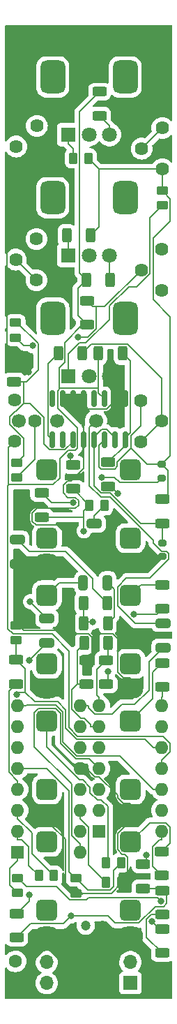
<source format=gbr>
%TF.GenerationSoftware,KiCad,Pcbnew,7.0.2*%
%TF.CreationDate,2023-06-26T14:18:18-04:00*%
%TF.ProjectId,as3340_no_mux,61733333-3430-45f6-9e6f-5f6d75782e6b,rev?*%
%TF.SameCoordinates,Original*%
%TF.FileFunction,Copper,L2,Bot*%
%TF.FilePolarity,Positive*%
%FSLAX46Y46*%
G04 Gerber Fmt 4.6, Leading zero omitted, Abs format (unit mm)*
G04 Created by KiCad (PCBNEW 7.0.2) date 2023-06-26 14:18:18*
%MOMM*%
%LPD*%
G01*
G04 APERTURE LIST*
G04 Aperture macros list*
%AMRoundRect*
0 Rectangle with rounded corners*
0 $1 Rounding radius*
0 $2 $3 $4 $5 $6 $7 $8 $9 X,Y pos of 4 corners*
0 Add a 4 corners polygon primitive as box body*
4,1,4,$2,$3,$4,$5,$6,$7,$8,$9,$2,$3,0*
0 Add four circle primitives for the rounded corners*
1,1,$1+$1,$2,$3*
1,1,$1+$1,$4,$5*
1,1,$1+$1,$6,$7*
1,1,$1+$1,$8,$9*
0 Add four rect primitives between the rounded corners*
20,1,$1+$1,$2,$3,$4,$5,0*
20,1,$1+$1,$4,$5,$6,$7,0*
20,1,$1+$1,$6,$7,$8,$9,0*
20,1,$1+$1,$8,$9,$2,$3,0*%
G04 Aperture macros list end*
%TA.AperFunction,SMDPad,CuDef*%
%ADD10RoundRect,0.250000X0.450000X-0.262500X0.450000X0.262500X-0.450000X0.262500X-0.450000X-0.262500X0*%
%TD*%
%TA.AperFunction,SMDPad,CuDef*%
%ADD11RoundRect,0.250000X-0.450000X0.262500X-0.450000X-0.262500X0.450000X-0.262500X0.450000X0.262500X0*%
%TD*%
%TA.AperFunction,SMDPad,CuDef*%
%ADD12RoundRect,0.250000X-0.262500X-0.450000X0.262500X-0.450000X0.262500X0.450000X-0.262500X0.450000X0*%
%TD*%
%TA.AperFunction,SMDPad,CuDef*%
%ADD13RoundRect,0.250000X0.262500X0.450000X-0.262500X0.450000X-0.262500X-0.450000X0.262500X-0.450000X0*%
%TD*%
%TA.AperFunction,SMDPad,CuDef*%
%ADD14RoundRect,0.200000X-0.275000X0.200000X-0.275000X-0.200000X0.275000X-0.200000X0.275000X0.200000X0*%
%TD*%
%TA.AperFunction,SMDPad,CuDef*%
%ADD15RoundRect,0.200000X0.275000X-0.200000X0.275000X0.200000X-0.275000X0.200000X-0.275000X-0.200000X0*%
%TD*%
%TA.AperFunction,ComponentPad*%
%ADD16O,3.100000X2.300000*%
%TD*%
%TA.AperFunction,ComponentPad*%
%ADD17RoundRect,0.650000X-0.650000X-0.650000X0.650000X-0.650000X0.650000X0.650000X-0.650000X0.650000X0*%
%TD*%
%TA.AperFunction,ComponentPad*%
%ADD18C,1.600000*%
%TD*%
%TA.AperFunction,ComponentPad*%
%ADD19R,1.800000X1.800000*%
%TD*%
%TA.AperFunction,ComponentPad*%
%ADD20C,1.800000*%
%TD*%
%TA.AperFunction,ComponentPad*%
%ADD21RoundRect,0.750000X0.750000X-1.250000X0.750000X1.250000X-0.750000X1.250000X-0.750000X-1.250000X0*%
%TD*%
%TA.AperFunction,ComponentPad*%
%ADD22C,1.700000*%
%TD*%
%TA.AperFunction,SMDPad,CuDef*%
%ADD23RoundRect,0.250000X0.325000X0.650000X-0.325000X0.650000X-0.325000X-0.650000X0.325000X-0.650000X0*%
%TD*%
%TA.AperFunction,ComponentPad*%
%ADD24C,1.620000*%
%TD*%
%TA.AperFunction,SMDPad,CuDef*%
%ADD25RoundRect,0.250000X0.625000X-0.312500X0.625000X0.312500X-0.625000X0.312500X-0.625000X-0.312500X0*%
%TD*%
%TA.AperFunction,SMDPad,CuDef*%
%ADD26RoundRect,0.250000X-0.312500X-0.625000X0.312500X-0.625000X0.312500X0.625000X-0.312500X0.625000X0*%
%TD*%
%TA.AperFunction,SMDPad,CuDef*%
%ADD27RoundRect,0.250000X-0.625000X0.312500X-0.625000X-0.312500X0.625000X-0.312500X0.625000X0.312500X0*%
%TD*%
%TA.AperFunction,SMDPad,CuDef*%
%ADD28RoundRect,0.250000X0.312500X0.625000X-0.312500X0.625000X-0.312500X-0.625000X0.312500X-0.625000X0*%
%TD*%
%TA.AperFunction,ComponentPad*%
%ADD29R,1.600000X1.600000*%
%TD*%
%TA.AperFunction,ComponentPad*%
%ADD30O,1.600000X1.600000*%
%TD*%
%TA.AperFunction,SMDPad,CuDef*%
%ADD31RoundRect,0.150000X-0.150000X0.825000X-0.150000X-0.825000X0.150000X-0.825000X0.150000X0.825000X0*%
%TD*%
%TA.AperFunction,SMDPad,CuDef*%
%ADD32RoundRect,0.250000X0.650000X-0.325000X0.650000X0.325000X-0.650000X0.325000X-0.650000X-0.325000X0*%
%TD*%
%TA.AperFunction,ComponentPad*%
%ADD33R,1.700000X1.700000*%
%TD*%
%TA.AperFunction,ComponentPad*%
%ADD34O,1.700000X1.700000*%
%TD*%
%TA.AperFunction,SMDPad,CuDef*%
%ADD35RoundRect,0.250000X-0.650000X0.325000X-0.650000X-0.325000X0.650000X-0.325000X0.650000X0.325000X0*%
%TD*%
%TA.AperFunction,ComponentPad*%
%ADD36C,1.200000*%
%TD*%
%TA.AperFunction,ViaPad*%
%ADD37C,0.800000*%
%TD*%
%TA.AperFunction,Conductor*%
%ADD38C,0.200000*%
%TD*%
G04 APERTURE END LIST*
D10*
%TO.P,R60,1*%
%TO.N,Net-(D1-A)*%
X179120800Y-105103300D03*
%TO.P,R60,2*%
%TO.N,GND*%
X179120800Y-103278300D03*
%TD*%
D11*
%TO.P,R55,1*%
%TO.N,Net-(U1A-+)*%
X179222400Y-83567900D03*
%TO.P,R55,2*%
%TO.N,Net-(NOT_THOONKY_SineBiasTrim1-Pad2)*%
X179222400Y-85392900D03*
%TD*%
%TO.P,R54,1*%
%TO.N,Net-(U1A-+)*%
X179070000Y-66560600D03*
%TO.P,R54,2*%
%TO.N,Net-(NOT_THONKY_SineShapeTrim1-Pad2)*%
X179070000Y-68385600D03*
%TD*%
D12*
%TO.P,R46,1*%
%TO.N,Net-(U2-VS)*%
X190095500Y-134493000D03*
%TO.P,R46,2*%
%TO.N,GND*%
X191920500Y-134493000D03*
%TD*%
%TO.P,R40,1*%
%TO.N,Net-(J5-PadR)*%
X190095500Y-132080000D03*
%TO.P,R40,2*%
%TO.N,Net-(U2-VPWM)*%
X191920500Y-132080000D03*
%TD*%
D13*
%TO.P,R39,1*%
%TO.N,Net-(U2-VEE)*%
X183741700Y-133654800D03*
%TO.P,R39,2*%
%TO.N,Net-(U2-SCALE2)*%
X181916700Y-133654800D03*
%TD*%
D11*
%TO.P,R38,1*%
%TO.N,Net-(NOT_THINKY_TEMKO1-Pad1)*%
X179324000Y-133910700D03*
%TO.P,R38,2*%
%TO.N,Net-(U2-SCALE1)*%
X179324000Y-135735700D03*
%TD*%
D14*
%TO.P,R10,1*%
%TO.N,+15V*%
X196850000Y-83757000D03*
%TO.P,R10,2*%
%TO.N,Net-(U2-VLFI)*%
X196850000Y-85407000D03*
%TD*%
D11*
%TO.P,R9,1*%
%TO.N,Net-(U2-VPWM)*%
X186385200Y-133961500D03*
%TO.P,R9,2*%
%TO.N,GND*%
X186385200Y-135786500D03*
%TD*%
D12*
%TO.P,R8,1*%
%TO.N,Net-(R8-Pad1)*%
X186082300Y-46634400D03*
%TO.P,R8,2*%
%TO.N,+15V*%
X187907300Y-46634400D03*
%TD*%
D13*
%TO.P,R7,1*%
%TO.N,Net-(C9-Pad1)*%
X189888500Y-88747600D03*
%TO.P,R7,2*%
%TO.N,Net-(U2-VFCI)*%
X188063500Y-88747600D03*
%TD*%
D10*
%TO.P,R5,1*%
%TO.N,Net-(R5-Pad1)*%
X196900800Y-52372900D03*
%TO.P,R5,2*%
%TO.N,+15V*%
X196900800Y-50547900D03*
%TD*%
D15*
%TO.P,R1,1*%
%TO.N,GND*%
X196900800Y-94957400D03*
%TO.P,R1,2*%
%TO.N,Net-(R1-Pad2)*%
X196900800Y-93307400D03*
%TD*%
D16*
%TO.P,J15,S*%
%TO.N,GND*%
X193040000Y-126290000D03*
D17*
%TO.P,J15,T*%
%TO.N,Net-(J15-PadR)*%
X193040000Y-114890000D03*
%TO.P,J15,TN*%
%TO.N,N/C*%
X193040000Y-123190000D03*
%TD*%
D16*
%TO.P,J1,S*%
%TO.N,GND*%
X182880000Y-95810000D03*
D17*
%TO.P,J1,T*%
%TO.N,Net-(SW1-B)*%
X182880000Y-84410000D03*
%TO.P,J1,TN*%
%TO.N,N/C*%
X182880000Y-92710000D03*
%TD*%
D16*
%TO.P,J5,S*%
%TO.N,GND*%
X182880000Y-126290000D03*
D17*
%TO.P,J5,T*%
%TO.N,Net-(J5-PadR)*%
X182880000Y-114890000D03*
%TO.P,J5,TN*%
%TO.N,N/C*%
X182880000Y-123190000D03*
%TD*%
D18*
%TO.P,D1,1,K*%
%TO.N,GND*%
X179070000Y-146538000D03*
%TO.P,D1,2,A*%
%TO.N,Net-(D1-A)*%
X179070000Y-144038000D03*
%TD*%
D16*
%TO.P,J2,S*%
%TO.N,GND*%
X182880000Y-140940000D03*
D17*
%TO.P,J2,T*%
%TO.N,Net-(J2-PadR)*%
X182880000Y-129540000D03*
%TO.P,J2,TN*%
%TO.N,N/C*%
X182880000Y-137840000D03*
%TD*%
D16*
%TO.P,J12,S*%
%TO.N,GND*%
X193040000Y-95810000D03*
D17*
%TO.P,J12,T*%
%TO.N,Net-(J12-PadR)*%
X193040000Y-84410000D03*
%TO.P,J12,TN*%
%TO.N,N/C*%
X193040000Y-92710000D03*
%TD*%
D19*
%TO.P,THONKY_FINE_CV1,1,1*%
%TO.N,Net-(R16-Pad1)*%
X185500000Y-58420000D03*
D20*
%TO.P,THONKY_FINE_CV1,2,2*%
%TO.N,Net-(R19-Pad1)*%
X188000000Y-58420000D03*
%TO.P,THONKY_FINE_CV1,3,3*%
%TO.N,Net-(R6-Pad2)*%
X190500000Y-58420000D03*
D21*
%TO.P,THONKY_FINE_CV1,MP*%
%TO.N,N/C*%
X183600000Y-51420000D03*
X192400000Y-51420000D03*
%TD*%
D22*
%TO.P,SW1,1,A*%
%TO.N,Net-(SW1-A)*%
X179450000Y-78486000D03*
%TO.P,SW1,2,B*%
%TO.N,Net-(SW1-B)*%
X184150000Y-78486000D03*
%TO.P,SW1,3,C*%
%TO.N,Net-(SW1-C)*%
X188850000Y-78486000D03*
%TD*%
D16*
%TO.P,J13,S*%
%TO.N,GND*%
X193040000Y-111050000D03*
D17*
%TO.P,J13,T*%
%TO.N,Net-(J13-PadR)*%
X193040000Y-99650000D03*
%TO.P,J13,TN*%
%TO.N,N/C*%
X193040000Y-107950000D03*
%TD*%
D16*
%TO.P,J4,S*%
%TO.N,GND*%
X182880000Y-111050000D03*
D17*
%TO.P,J4,T*%
%TO.N,Net-(C1-Pad2)*%
X182880000Y-99650000D03*
%TO.P,J4,TN*%
%TO.N,N/C*%
X182880000Y-107950000D03*
%TD*%
D19*
%TO.P,THONKY_COURSE_CV1,1,1*%
%TO.N,Net-(R8-Pad1)*%
X185500000Y-43775000D03*
D20*
%TO.P,THONKY_COURSE_CV1,2,2*%
%TO.N,Net-(R20-Pad1)*%
X188000000Y-43775000D03*
%TO.P,THONKY_COURSE_CV1,3,3*%
%TO.N,Net-(R2-Pad2)*%
X190500000Y-43775000D03*
D21*
%TO.P,THONKY_COURSE_CV1,MP*%
%TO.N,N/C*%
X183600000Y-36775000D03*
X192400000Y-36775000D03*
%TD*%
D19*
%TO.P,THONKY_PWM1,1,1*%
%TO.N,Net-(R5-Pad1)*%
X185505000Y-73040000D03*
D20*
%TO.P,THONKY_PWM1,2,2*%
%TO.N,Net-(J5-PadR)*%
X188005000Y-73040000D03*
%TO.P,THONKY_PWM1,3,3*%
%TO.N,GND*%
X190505000Y-73040000D03*
D21*
%TO.P,THONKY_PWM1,MP*%
%TO.N,N/C*%
X183605000Y-66040000D03*
X192405000Y-66040000D03*
%TD*%
D16*
%TO.P,J14,S*%
%TO.N,GND*%
X193040000Y-140940000D03*
D17*
%TO.P,J14,T*%
%TO.N,Net-(J14-PadR)*%
X193040000Y-129540000D03*
%TO.P,J14,TN*%
%TO.N,N/C*%
X193040000Y-137840000D03*
%TD*%
D23*
%TO.P,C1,1*%
%TO.N,Net-(C1-Pad1)*%
X190247800Y-98145600D03*
%TO.P,C1,2*%
%TO.N,Net-(C1-Pad2)*%
X187297800Y-98145600D03*
%TD*%
D24*
%TO.P,NOT_THOONKY_SineBiasTrim1,1,1*%
%TO.N,-15V*%
X178943000Y-80986000D03*
%TO.P,NOT_THOONKY_SineBiasTrim1,2,2*%
%TO.N,Net-(NOT_THOONKY_SineBiasTrim1-Pad2)*%
X181443000Y-78486000D03*
%TO.P,NOT_THOONKY_SineBiasTrim1,3,3*%
%TO.N,+15V*%
X178943000Y-75986000D03*
%TD*%
%TO.P,NOT_THONKY_HF_TRACK1,1,1*%
%TO.N,Net-(U2-VHFT)*%
X181665000Y-42712000D03*
%TO.P,NOT_THONKY_HF_TRACK1,2,2*%
%TO.N,Net-(NOT_THONKY_HF_TRACK1-Pad2)*%
X179165000Y-45212000D03*
%TO.P,NOT_THONKY_HF_TRACK1,3,3*%
%TO.N,GND*%
X181665000Y-47712000D03*
%TD*%
D25*
%TO.P,R69,1*%
%TO.N,Net-(U4A--)*%
X196900800Y-101284500D03*
%TO.P,R69,2*%
%TO.N,Net-(J13-PadR)*%
X196900800Y-98359500D03*
%TD*%
D26*
%TO.P,R6,1*%
%TO.N,-15V*%
X187665900Y-61366400D03*
%TO.P,R6,2*%
%TO.N,Net-(R6-Pad2)*%
X190590900Y-61366400D03*
%TD*%
%TO.P,R34,1*%
%TO.N,-15V*%
X189139100Y-70307200D03*
%TO.P,R34,2*%
%TO.N,Net-(R3-Pad1)*%
X192064100Y-70307200D03*
%TD*%
D27*
%TO.P,R4,1*%
%TO.N,Net-(NOT+THINKY_CV1-Pad1)*%
X196900800Y-140117100D03*
%TO.P,R4,2*%
%TO.N,Net-(R26-Pad1)*%
X196900800Y-143042100D03*
%TD*%
D25*
%TO.P,R58,1*%
%TO.N,Net-(U2-VP)*%
X179120800Y-110377700D03*
%TO.P,R58,2*%
%TO.N,Net-(D1-A)*%
X179120800Y-107452700D03*
%TD*%
D28*
%TO.P,R11,1*%
%TO.N,Net-(C1-Pad1)*%
X190286100Y-103022400D03*
%TO.P,R11,2*%
%TO.N,Net-(U2-VLFI)*%
X187361100Y-103022400D03*
%TD*%
D27*
%TO.P,R37,1*%
%TO.N,+15V*%
X196951600Y-87996300D03*
%TO.P,R37,2*%
%TO.N,Net-(R1-Pad2)*%
X196951600Y-90921300D03*
%TD*%
D26*
%TO.P,R16,1*%
%TO.N,Net-(R16-Pad1)*%
X185278300Y-55981600D03*
%TO.P,R16,2*%
%TO.N,+15V*%
X188203300Y-55981600D03*
%TD*%
D29*
%TO.P,U4,1*%
%TO.N,Net-(U4A--)*%
X189230000Y-128270000D03*
D30*
%TO.P,U4,2,-*%
X189230000Y-125730000D03*
%TO.P,U4,3,+*%
%TO.N,Net-(U4A-+)*%
X189230000Y-123190000D03*
%TO.P,U4,4,V+*%
%TO.N,+15V*%
X189230000Y-120650000D03*
%TO.P,U4,5,+*%
%TO.N,Net-(U2-VTO)*%
X189230000Y-118110000D03*
%TO.P,U4,6,-*%
%TO.N,Net-(U4B--)*%
X189230000Y-115570000D03*
%TO.P,U4,7*%
%TO.N,Net-(NOT_THONKY_SineShapeTrim1-Pad1)*%
X189230000Y-113030000D03*
%TO.P,U4,8*%
%TO.N,Net-(U4C--)*%
X196850000Y-113030000D03*
%TO.P,U4,9,-*%
X196850000Y-115570000D03*
%TO.P,U4,10,+*%
%TO.N,Net-(D1-A)*%
X196850000Y-118110000D03*
%TO.P,U4,11,V-*%
%TO.N,-15V*%
X196850000Y-120650000D03*
%TO.P,U4,12,+*%
%TO.N,Net-(U2-VSO)*%
X196850000Y-123190000D03*
%TO.P,U4,13,-*%
%TO.N,Net-(U4D--)*%
X196850000Y-125730000D03*
%TO.P,U4,14*%
X196850000Y-128270000D03*
%TD*%
D27*
%TO.P,R20,1*%
%TO.N,Net-(R20-Pad1)*%
X186055000Y-83820000D03*
%TO.P,R20,2*%
%TO.N,Net-(U2-VFCI)*%
X186055000Y-86745000D03*
%TD*%
D25*
%TO.P,R67,1*%
%TO.N,Net-(U4D--)*%
X196850000Y-133644100D03*
%TO.P,R67,2*%
%TO.N,Net-(J14-PadR)*%
X196850000Y-130719100D03*
%TD*%
D31*
%TO.P,U1,1*%
%TO.N,unconnected-(U1-Pad1)*%
X183515000Y-75822000D03*
%TO.P,U1,2,DIODE_BIAS*%
%TO.N,GND*%
X184785000Y-75822000D03*
%TO.P,U1,3,+*%
X186055000Y-75822000D03*
%TO.P,U1,4,-*%
X187325000Y-75822000D03*
%TO.P,U1,5*%
%TO.N,unconnected-(U1-Pad5)*%
X188595000Y-75822000D03*
%TO.P,U1,6,V-*%
%TO.N,-15V*%
X189865000Y-75822000D03*
%TO.P,U1,7*%
%TO.N,GND*%
X191135000Y-75822000D03*
%TO.P,U1,8*%
X192405000Y-75822000D03*
%TO.P,U1,9*%
%TO.N,Net-(R3-Pad1)*%
X192405000Y-80772000D03*
%TO.P,U1,10*%
%TO.N,Net-(R1-Pad2)*%
X191135000Y-80772000D03*
%TO.P,U1,11,V+*%
%TO.N,+15V*%
X189865000Y-80772000D03*
%TO.P,U1,12*%
%TO.N,Net-(R1-Pad2)*%
X188595000Y-80772000D03*
%TO.P,U1,13,-*%
%TO.N,GND*%
X187325000Y-80772000D03*
%TO.P,U1,14,+*%
%TO.N,Net-(U1A-+)*%
X186055000Y-80772000D03*
%TO.P,U1,15,DIODE_BIAS*%
%TO.N,unconnected-(U1A-DIODE_BIAS-Pad15)*%
X184785000Y-80772000D03*
%TO.P,U1,16*%
%TO.N,Net-(R36-Pad2)*%
X183515000Y-80772000D03*
%TD*%
D25*
%TO.P,R26,1*%
%TO.N,Net-(R26-Pad1)*%
X196951600Y-138368500D03*
%TO.P,R26,2*%
%TO.N,Net-(U2-VFCI)*%
X196951600Y-135443500D03*
%TD*%
D26*
%TO.P,R64,1*%
%TO.N,Net-(U4B--)*%
X187411900Y-105460800D03*
%TO.P,R64,2*%
%TO.N,Net-(NOT_THONKY_SineShapeTrim1-Pad1)*%
X190336900Y-105460800D03*
%TD*%
D27*
%TO.P,R19,1*%
%TO.N,Net-(R19-Pad1)*%
X179222400Y-138237500D03*
%TO.P,R19,2*%
%TO.N,Net-(U2-VFCI)*%
X179222400Y-141162500D03*
%TD*%
%TO.P,R3,1*%
%TO.N,Net-(R3-Pad1)*%
X190296800Y-83525900D03*
%TO.P,R3,2*%
%TO.N,Net-(U4A-+)*%
X190296800Y-86450900D03*
%TD*%
D24*
%TO.P,NOT_THINK_SineLevelTrim1,1,1*%
%TO.N,Net-(NOT_THINK_SineLevelTrim1-Pad1)*%
X194310000Y-81026000D03*
%TO.P,NOT_THINK_SineLevelTrim1,2,2*%
X196810000Y-78526000D03*
%TO.P,NOT_THINK_SineLevelTrim1,3,3*%
%TO.N,+15V*%
X194310000Y-76026000D03*
%TD*%
D27*
%TO.P,R2,1*%
%TO.N,-15V*%
X189280800Y-38567900D03*
%TO.P,R2,2*%
%TO.N,Net-(R2-Pad2)*%
X189280800Y-41492900D03*
%TD*%
D24*
%TO.P,NOT_THONKY_SineShapeTrim1,1,1*%
%TO.N,Net-(NOT_THONKY_SineShapeTrim1-Pad1)*%
X181610000Y-56428000D03*
%TO.P,NOT_THONKY_SineShapeTrim1,2,2*%
%TO.N,Net-(NOT_THONKY_SineShapeTrim1-Pad2)*%
X179110000Y-58928000D03*
%TO.P,NOT_THONKY_SineShapeTrim1,3,3*%
X181610000Y-61428000D03*
%TD*%
D27*
%TO.P,R24,1*%
%TO.N,Net-(J2-PadR)*%
X182245000Y-87245000D03*
%TO.P,R24,2*%
%TO.N,Net-(U2-VFCI)*%
X182245000Y-90170000D03*
%TD*%
D32*
%TO.P,C2,1*%
%TO.N,GND*%
X179324000Y-95861400D03*
%TO.P,C2,2*%
%TO.N,Net-(C2-Pad2)*%
X179324000Y-92911400D03*
%TD*%
D25*
%TO.P,R17,1*%
%TO.N,Net-(U2-VFCI)*%
X194564000Y-135193500D03*
%TO.P,R17,2*%
%TO.N,Net-(NOT_THONKY_HF_TRACK1-Pad2)*%
X194564000Y-132268500D03*
%TD*%
D26*
%TO.P,R12,1*%
%TO.N,Net-(U2-VLFI)*%
X187310300Y-100584000D03*
%TO.P,R12,2*%
%TO.N,Net-(C2-Pad2)*%
X190235300Y-100584000D03*
%TD*%
D33*
%TO.P,J11,1,Pin_1*%
%TO.N,-15V*%
X193035000Y-146685000D03*
D34*
%TO.P,J11,2,Pin_2*%
X193035000Y-144145000D03*
%TO.P,J11,3,Pin_3*%
%TO.N,GND*%
X190495000Y-146685000D03*
%TO.P,J11,4,Pin_4*%
X190495000Y-144145000D03*
%TO.P,J11,5,Pin_5*%
X187955000Y-146685000D03*
%TO.P,J11,6,Pin_6*%
X187955000Y-144145000D03*
%TO.P,J11,7,Pin_7*%
X185415000Y-146685000D03*
%TO.P,J11,8,Pin_8*%
X185415000Y-144145000D03*
%TO.P,J11,9,Pin_9*%
%TO.N,+15V*%
X182875000Y-146685000D03*
%TO.P,J11,10,Pin_10*%
X182875000Y-144145000D03*
%TD*%
D35*
%TO.P,C7,1*%
%TO.N,Net-(SW1-A)*%
X182880000Y-102438200D03*
%TO.P,C7,2*%
%TO.N,Net-(U2-VHSI)*%
X182880000Y-105388200D03*
%TD*%
D27*
%TO.P,R51,1*%
%TO.N,GND*%
X178917600Y-70825900D03*
%TO.P,R51,2*%
%TO.N,Net-(U1A-+)*%
X178917600Y-73750900D03*
%TD*%
D28*
%TO.P,R36,1*%
%TO.N,Net-(NOT_THINK_SineLevelTrim1-Pad1)*%
X187187300Y-70307200D03*
%TO.P,R36,2*%
%TO.N,Net-(R36-Pad2)*%
X184262300Y-70307200D03*
%TD*%
D29*
%TO.P,U2,1,SCALE1*%
%TO.N,Net-(U2-SCALE1)*%
X179324000Y-130810000D03*
D30*
%TO.P,U2,2,SCALE2*%
%TO.N,Net-(U2-SCALE2)*%
X179324000Y-128270000D03*
%TO.P,U2,3,VEE*%
%TO.N,Net-(U2-VEE)*%
X179324000Y-125730000D03*
%TO.P,U2,4,VP*%
%TO.N,Net-(U2-VP)*%
X179324000Y-123190000D03*
%TO.P,U2,5,VPWM*%
%TO.N,Net-(U2-VPWM)*%
X179324000Y-120650000D03*
%TO.P,U2,6,VHSI*%
%TO.N,Net-(U2-VHSI)*%
X179324000Y-118110000D03*
%TO.P,U2,7,VHFT*%
%TO.N,Net-(U2-VHFT)*%
X179324000Y-115570000D03*
%TO.P,U2,8,VSO*%
%TO.N,Net-(U2-VSO)*%
X179324000Y-113030000D03*
%TO.P,U2,9,VSSI*%
%TO.N,Net-(U2-VSSI)*%
X186944000Y-113030000D03*
%TO.P,U2,10,VTO*%
%TO.N,Net-(U2-VTO)*%
X186944000Y-115570000D03*
%TO.P,U2,11,CAP*%
%TO.N,Net-(U2-CAP)*%
X186944000Y-118110000D03*
%TO.P,U2,12,GND*%
%TO.N,GND*%
X186944000Y-120650000D03*
%TO.P,U2,13,VLFI*%
%TO.N,Net-(U2-VLFI)*%
X186944000Y-123190000D03*
%TO.P,U2,14,VS*%
%TO.N,Net-(U2-VS)*%
X186944000Y-125730000D03*
%TO.P,U2,15,VFCI*%
%TO.N,Net-(U2-VFCI)*%
X186944000Y-128270000D03*
%TO.P,U2,16,VCC*%
%TO.N,+15V*%
X186944000Y-130810000D03*
%TD*%
D24*
%TO.P,NOT+THINKY_CV1,1,1*%
%TO.N,Net-(NOT+THINKY_CV1-Pad1)*%
X196905000Y-42966000D03*
%TO.P,NOT+THINKY_CV1,2,2*%
X194405000Y-45466000D03*
%TO.P,NOT+THINKY_CV1,3,3*%
%TO.N,+15V*%
X196905000Y-47966000D03*
%TD*%
D27*
%TO.P,R68,1*%
%TO.N,Net-(NOT_THONKY_SineShapeTrim1-Pad1)*%
X190093600Y-107503500D03*
%TO.P,R68,2*%
%TO.N,Net-(J12-PadR)*%
X190093600Y-110428500D03*
%TD*%
D35*
%TO.P,C9,1*%
%TO.N,Net-(C9-Pad1)*%
X188620400Y-90981000D03*
%TO.P,C9,2*%
%TO.N,GND*%
X188620400Y-93931000D03*
%TD*%
D27*
%TO.P,R62,1*%
%TO.N,GND*%
X187706000Y-107503500D03*
%TO.P,R62,2*%
%TO.N,Net-(U4B--)*%
X187706000Y-110428500D03*
%TD*%
D24*
%TO.P,NOT_THINKY_TEMKO1,1,1*%
%TO.N,Net-(NOT_THINKY_TEMKO1-Pad1)*%
X196850000Y-57698000D03*
%TO.P,NOT_THINKY_TEMKO1,2,2*%
%TO.N,Net-(U2-VEE)*%
X194350000Y-60198000D03*
%TO.P,NOT_THINKY_TEMKO1,3,3*%
X196850000Y-62698000D03*
%TD*%
D35*
%TO.P,C3,1*%
%TO.N,Net-(SW1-C)*%
X197002400Y-103020600D03*
%TO.P,C3,2*%
%TO.N,Net-(U2-VSSI)*%
X197002400Y-105970600D03*
%TD*%
D25*
%TO.P,R66,1*%
%TO.N,Net-(U4C--)*%
X196900800Y-110784100D03*
%TO.P,R66,2*%
%TO.N,Net-(J15-PadR)*%
X196900800Y-107859100D03*
%TD*%
D27*
%TO.P,R50,1*%
%TO.N,Net-(U2-VEE)*%
X187756800Y-63917100D03*
%TO.P,R50,2*%
%TO.N,-15V*%
X187756800Y-66842100D03*
%TD*%
D36*
%TO.P,PolyStirene!C11,1*%
%TO.N,GND*%
X189611000Y-139700000D03*
%TO.P,PolyStirene!C11,2*%
%TO.N,Net-(U2-CAP)*%
X187611000Y-139700000D03*
%TD*%
D37*
%TO.N,Net-(R20-Pad1)*%
X185727800Y-82709100D03*
%TO.N,Net-(R19-Pad1)*%
X180743400Y-135976800D03*
%TO.N,Net-(NOT_THONKY_SineShapeTrim1-Pad2)*%
X181199200Y-69392400D03*
%TO.N,Net-(NOT_THONKY_HF_TRACK1-Pad2)*%
X194969900Y-131148000D03*
%TO.N,Net-(U4A--)*%
X193435300Y-101948700D03*
%TO.N,Net-(NOT_THINKY_TEMKO1-Pad1)*%
X196786600Y-136756700D03*
%TO.N,Net-(NOT+THINKY_CV1-Pad1)*%
X195619300Y-139161600D03*
%TO.N,Net-(U2-VEE)*%
X186696900Y-68343900D03*
%TO.N,Net-(SW1-A)*%
X180866600Y-100424800D03*
%TO.N,Net-(U2-VFCI)*%
X185797200Y-138551700D03*
X187378500Y-91835600D03*
%TO.N,Net-(U2-VLFI)*%
X188468800Y-102891500D03*
X189514300Y-85355100D03*
%TO.N,Net-(U4A-+)*%
X191530100Y-87262100D03*
%TO.N,Net-(J12-PadR)*%
X190337700Y-108931200D03*
%TO.N,Net-(J2-PadR)*%
X186091300Y-88421500D03*
%TO.N,Net-(D1-A)*%
X179199500Y-111701400D03*
%TO.N,Net-(U2-VHSI)*%
X180713700Y-107554500D03*
%TO.N,GND*%
X180659400Y-72568100D03*
%TD*%
D38*
%TO.N,Net-(U2-VSO)*%
X196850000Y-123190000D02*
X195822700Y-123190000D01*
X179324000Y-113030000D02*
X180351300Y-113030000D01*
X191770100Y-119137400D02*
X195822700Y-123190000D01*
X186518700Y-119137400D02*
X191770100Y-119137400D01*
X184843000Y-117461700D02*
X186518700Y-119137400D01*
X184843000Y-113807200D02*
X184843000Y-117461700D01*
X183992000Y-112956200D02*
X184843000Y-113807200D01*
X180425100Y-112956200D02*
X183992000Y-112956200D01*
X180351300Y-113030000D02*
X180425100Y-112956200D01*
%TO.N,Net-(U2-VP)*%
X178271200Y-111227300D02*
X179120800Y-110377700D01*
X178271200Y-121109900D02*
X178271200Y-111227300D01*
X179324000Y-122162700D02*
X178271200Y-121109900D01*
X179324000Y-123190000D02*
X179324000Y-122162700D01*
%TO.N,Net-(R20-Pad1)*%
X185727800Y-83492800D02*
X185727800Y-82709100D01*
X186055000Y-83820000D02*
X185727800Y-83492800D01*
%TO.N,Net-(R19-Pad1)*%
X180743400Y-136716500D02*
X180743400Y-135976800D01*
X179222400Y-138237500D02*
X180743400Y-136716500D01*
%TO.N,Net-(R16-Pad1)*%
X185500000Y-56203300D02*
X185500000Y-58420000D01*
X185278300Y-55981600D02*
X185500000Y-56203300D01*
%TO.N,Net-(R8-Pad1)*%
X186082300Y-45484600D02*
X186082300Y-46634400D01*
X185500000Y-44902300D02*
X186082300Y-45484600D01*
X185500000Y-43775000D02*
X185500000Y-44902300D01*
%TO.N,Net-(R6-Pad2)*%
X190500000Y-61275500D02*
X190500000Y-58420000D01*
X190590900Y-61366400D02*
X190500000Y-61275500D01*
%TO.N,Net-(R5-Pad1)*%
X195401900Y-53871800D02*
X196900800Y-52372900D01*
X195401900Y-60620300D02*
X195401900Y-53871800D01*
X193776700Y-62245500D02*
X195401900Y-60620300D01*
X192820400Y-62245500D02*
X193776700Y-62245500D01*
X190499200Y-64566700D02*
X192820400Y-62245500D01*
X190499200Y-66178000D02*
X190499200Y-64566700D01*
X187630900Y-69046300D02*
X190499200Y-66178000D01*
X186831800Y-69046300D02*
X187630900Y-69046300D01*
X185505000Y-70373100D02*
X186831800Y-69046300D01*
X185505000Y-73040000D02*
X185505000Y-70373100D01*
%TO.N,Net-(R2-Pad2)*%
X190500000Y-42712100D02*
X190500000Y-43775000D01*
X189280800Y-41492900D02*
X190500000Y-42712100D01*
%TO.N,Net-(NOT_THOONKY_SineBiasTrim1-Pad2)*%
X181443000Y-83172300D02*
X181443000Y-78486000D01*
X179222400Y-85392900D02*
X181443000Y-83172300D01*
%TO.N,Net-(NOT_THONKY_SineShapeTrim1-Pad2)*%
X179110000Y-58928000D02*
X181610000Y-61428000D01*
X180076800Y-69392400D02*
X179070000Y-68385600D01*
X181199200Y-69392400D02*
X180076800Y-69392400D01*
%TO.N,Net-(NOT_THONKY_SineShapeTrim1-Pad1)*%
X189230000Y-113030000D02*
X189230000Y-112002700D01*
X188972700Y-108624400D02*
X190093600Y-107503500D01*
X188972700Y-111745400D02*
X188972700Y-108624400D01*
X189230000Y-112002700D02*
X188972700Y-111745400D01*
X190336900Y-107260200D02*
X190336900Y-105460800D01*
X190093600Y-107503500D02*
X190336900Y-107260200D01*
%TO.N,Net-(NOT_THONKY_HF_TRACK1-Pad2)*%
X194969900Y-131862600D02*
X194969900Y-131148000D01*
X194564000Y-132268500D02*
X194969900Y-131862600D01*
%TO.N,Net-(U4A--)*%
X196236600Y-101948700D02*
X196900800Y-101284500D01*
X193435300Y-101948700D02*
X196236600Y-101948700D01*
%TO.N,Net-(U4D--)*%
X195741300Y-132535400D02*
X196850000Y-133644100D01*
X195741300Y-130149200D02*
X195741300Y-132535400D01*
X196593200Y-129297300D02*
X195741300Y-130149200D01*
X196850000Y-129297300D02*
X196593200Y-129297300D01*
X196850000Y-128270000D02*
X196850000Y-129297300D01*
%TO.N,Net-(U4C--)*%
X196900800Y-111951900D02*
X196900800Y-110784100D01*
X196850000Y-112002700D02*
X196900800Y-111951900D01*
X196850000Y-113030000D02*
X196850000Y-112002700D01*
%TO.N,Net-(NOT_THINK_SineLevelTrim1-Pad1)*%
X196810000Y-78526000D02*
X194310000Y-81026000D01*
X196810000Y-73357900D02*
X196810000Y-78526000D01*
X192652900Y-69200800D02*
X196810000Y-73357900D01*
X188293700Y-69200800D02*
X192652900Y-69200800D01*
X187187300Y-70307200D02*
X188293700Y-69200800D01*
%TO.N,Net-(U4B--)*%
X189230000Y-115570000D02*
X188202700Y-115570000D01*
X186558200Y-106314500D02*
X187411900Y-105460800D01*
X186558200Y-110428500D02*
X186558200Y-106314500D01*
X185882800Y-111103900D02*
X186558200Y-110428500D01*
X185882800Y-113421700D02*
X185882800Y-111103900D01*
X187003800Y-114542700D02*
X185882800Y-113421700D01*
X187432300Y-114542700D02*
X187003800Y-114542700D01*
X188202700Y-115313100D02*
X187432300Y-114542700D01*
X188202700Y-115570000D02*
X188202700Y-115313100D01*
X186558200Y-110428500D02*
X187706000Y-110428500D01*
%TO.N,Net-(NOT_THINKY_TEMKO1-Pad1)*%
X180408100Y-134994800D02*
X179324000Y-133910700D01*
X184072400Y-134994800D02*
X180408100Y-134994800D01*
X185636200Y-136558600D02*
X184072400Y-134994800D01*
X187683400Y-136558600D02*
X185636200Y-136558600D01*
X187931900Y-136310100D02*
X187683400Y-136558600D01*
X196340000Y-136310100D02*
X187931900Y-136310100D01*
X196786600Y-136756700D02*
X196340000Y-136310100D01*
%TO.N,Net-(NOT+THINKY_CV1-Pad1)*%
X194405000Y-45466000D02*
X196905000Y-42966000D01*
X196574800Y-140117100D02*
X195619300Y-139161600D01*
X196900800Y-140117100D02*
X196574800Y-140117100D01*
%TO.N,Net-(U1A-+)*%
X178917600Y-73750900D02*
X180030700Y-73750900D01*
X179254500Y-66560600D02*
X179070000Y-66560600D01*
X181826500Y-69132600D02*
X179254500Y-66560600D01*
X181826500Y-72288900D02*
X181826500Y-69132600D01*
X180364500Y-73750900D02*
X181826500Y-72288900D01*
X180030700Y-73750900D02*
X180364500Y-73750900D01*
X186055000Y-81018200D02*
X186055000Y-80772000D01*
X185066800Y-82006400D02*
X186055000Y-81018200D01*
X183234900Y-82006400D02*
X185066800Y-82006400D01*
X182493700Y-81265200D02*
X183234900Y-82006400D01*
X182493700Y-78066800D02*
X182493700Y-81265200D01*
X180826800Y-76399900D02*
X182493700Y-78066800D01*
X180030700Y-76399900D02*
X180826800Y-76399900D01*
X180030700Y-73750900D02*
X180030700Y-76399900D01*
X180024700Y-82765600D02*
X179222400Y-83567900D01*
X180024700Y-80600500D02*
X180024700Y-82765600D01*
X178369900Y-78945700D02*
X180024700Y-80600500D01*
X178369900Y-77964600D02*
X178369900Y-78945700D01*
X179044400Y-77290100D02*
X178369900Y-77964600D01*
X179140500Y-77290100D02*
X179044400Y-77290100D01*
X180030700Y-76399900D02*
X179140500Y-77290100D01*
%TO.N,Net-(U2-VS)*%
X187971300Y-132368800D02*
X190095500Y-134493000D01*
X187971300Y-127784600D02*
X187971300Y-132368800D01*
X186944000Y-126757300D02*
X187971300Y-127784600D01*
X186944000Y-125730000D02*
X186944000Y-126757300D01*
%TO.N,Net-(U2-VPWM)*%
X179324000Y-120650000D02*
X180351300Y-120650000D01*
X187848200Y-135424500D02*
X186385200Y-133961500D01*
X190563100Y-135424500D02*
X187848200Y-135424500D01*
X191008000Y-134979600D02*
X190563100Y-135424500D01*
X191008000Y-132992500D02*
X191008000Y-134979600D01*
X191920500Y-132080000D02*
X191008000Y-132992500D01*
X185582200Y-133158500D02*
X186385200Y-133961500D01*
X185582200Y-123355200D02*
X185582200Y-133158500D01*
X182877000Y-120650000D02*
X185582200Y-123355200D01*
X180351300Y-120650000D02*
X182877000Y-120650000D01*
%TO.N,Net-(U2-SCALE2)*%
X179324000Y-128270000D02*
X179324000Y-129297300D01*
X180685800Y-132423900D02*
X181916700Y-133654800D01*
X180685700Y-132423900D02*
X180685800Y-132423900D01*
X180685700Y-130176000D02*
X180685700Y-132423900D01*
X179807000Y-129297300D02*
X180685700Y-130176000D01*
X179324000Y-129297300D02*
X179807000Y-129297300D01*
%TO.N,Net-(U2-VEE)*%
X181052600Y-130965700D02*
X183741700Y-133654800D01*
X181052600Y-128485900D02*
X181052600Y-130965700D01*
X179324000Y-126757300D02*
X181052600Y-128485900D01*
X179324000Y-125730000D02*
X179324000Y-126757300D01*
X188860200Y-67354000D02*
X188860200Y-64634700D01*
X187870300Y-68343900D02*
X188860200Y-67354000D01*
X186696900Y-68343900D02*
X187870300Y-68343900D01*
X188474400Y-64634700D02*
X188860200Y-64634700D01*
X187756800Y-63917100D02*
X188474400Y-64634700D01*
X189913300Y-64634700D02*
X194350000Y-60198000D01*
X188860200Y-64634700D02*
X189913300Y-64634700D01*
%TO.N,Net-(U2-SCALE1)*%
X179324000Y-130810000D02*
X179324000Y-131837300D01*
X178392500Y-134804200D02*
X179324000Y-135735700D01*
X178392500Y-132768800D02*
X178392500Y-134804200D01*
X179324000Y-131837300D02*
X178392500Y-132768800D01*
%TO.N,Net-(J5-PadR)*%
X190284000Y-131891500D02*
X190095500Y-132080000D01*
X190284000Y-125264400D02*
X190284000Y-131891500D01*
X189479600Y-124460000D02*
X190284000Y-125264400D01*
X189012800Y-124460000D02*
X189479600Y-124460000D01*
X188134900Y-123582100D02*
X189012800Y-124460000D01*
X188134900Y-122915500D02*
X188134900Y-123582100D01*
X187224100Y-122004700D02*
X188134900Y-122915500D01*
X186821000Y-122004700D02*
X187224100Y-122004700D01*
X182880000Y-118063700D02*
X186821000Y-122004700D01*
X182880000Y-114890000D02*
X182880000Y-118063700D01*
%TO.N,Net-(R36-Pad2)*%
X182987000Y-71582500D02*
X184262300Y-70307200D01*
X182987000Y-80244000D02*
X182987000Y-71582500D01*
X183515000Y-80772000D02*
X182987000Y-80244000D01*
%TO.N,Net-(SW1-A)*%
X182880000Y-102438200D02*
X180866600Y-100424800D01*
%TO.N,Net-(U2-VFCI)*%
X184864300Y-139484600D02*
X185797200Y-138551700D01*
X180900300Y-139484600D02*
X184864300Y-139484600D01*
X179222400Y-141162500D02*
X180900300Y-139484600D01*
X196701600Y-135193500D02*
X196951600Y-135443500D01*
X194564000Y-135193500D02*
X196701600Y-135193500D01*
X190342000Y-138551700D02*
X185797200Y-138551700D01*
X191196900Y-139406600D02*
X190342000Y-138551700D01*
X194024600Y-139406600D02*
X191196900Y-139406600D01*
X196047200Y-137384000D02*
X194024600Y-139406600D01*
X197046400Y-137384000D02*
X196047200Y-137384000D01*
X197417300Y-137013100D02*
X197046400Y-137384000D01*
X197417300Y-135909200D02*
X197417300Y-137013100D01*
X196951600Y-135443500D02*
X197417300Y-135909200D01*
X186055000Y-86745000D02*
X188057600Y-88747600D01*
X188057600Y-88747600D02*
X188063500Y-88747600D01*
X182245000Y-90170000D02*
X187378500Y-90170000D01*
X187378500Y-91835600D02*
X187378500Y-90170000D01*
X187378500Y-89426700D02*
X188057600Y-88747600D01*
X187378500Y-90170000D02*
X187378500Y-89426700D01*
%TO.N,Net-(U2-VLFI)*%
X187310300Y-102709800D02*
X187310300Y-100584000D01*
X187492000Y-102891500D02*
X187310300Y-102709800D01*
X187361100Y-103022400D02*
X187492000Y-102891500D01*
X187492000Y-102891500D02*
X188468800Y-102891500D01*
X191102900Y-85355100D02*
X189514300Y-85355100D01*
X191708900Y-85961100D02*
X191102900Y-85355100D01*
X196295900Y-85961100D02*
X191708900Y-85961100D01*
X196850000Y-85407000D02*
X196295900Y-85961100D01*
%TO.N,Net-(R26-Pad1)*%
X194970200Y-141111500D02*
X196900800Y-143042100D01*
X194970200Y-138923700D02*
X194970200Y-141111500D01*
X195525400Y-138368500D02*
X194970200Y-138923700D01*
X196951600Y-138368500D02*
X195525400Y-138368500D01*
%TO.N,Net-(SW1-C)*%
X193589100Y-103020600D02*
X197002400Y-103020600D01*
X191463700Y-100895200D02*
X193589100Y-103020600D01*
X191463700Y-98626700D02*
X191463700Y-100895200D01*
X192521800Y-97568600D02*
X191463700Y-98626700D01*
X195375300Y-97568600D02*
X192521800Y-97568600D01*
X197653800Y-95290100D02*
X195375300Y-97568600D01*
X197653800Y-94557900D02*
X197653800Y-95290100D01*
X197425100Y-94329200D02*
X197653800Y-94557900D01*
X196836900Y-94329200D02*
X197425100Y-94329200D01*
X195848200Y-93340500D02*
X196836900Y-94329200D01*
X195848200Y-92975000D02*
X195848200Y-93340500D01*
X190576200Y-87703000D02*
X195848200Y-92975000D01*
X189431500Y-87703000D02*
X190576200Y-87703000D01*
X188056400Y-86327900D02*
X189431500Y-87703000D01*
X188056400Y-79279600D02*
X188056400Y-86327900D01*
X188850000Y-78486000D02*
X188056400Y-79279600D01*
%TO.N,Net-(U4A-+)*%
X190718900Y-86450900D02*
X191530100Y-87262100D01*
X190296800Y-86450900D02*
X190718900Y-86450900D01*
%TO.N,Net-(R3-Pad1)*%
X192405000Y-81417700D02*
X192405000Y-80772000D01*
X190296800Y-83525900D02*
X192405000Y-81417700D01*
X192405000Y-80501000D02*
X192405000Y-80772000D01*
X192987000Y-79919000D02*
X192405000Y-80501000D01*
X192987000Y-71230100D02*
X192987000Y-79919000D01*
X192064100Y-70307200D02*
X192987000Y-71230100D01*
%TO.N,Net-(R1-Pad2)*%
X196900800Y-90972100D02*
X196900800Y-93307400D01*
X196951600Y-90921300D02*
X196900800Y-90972100D01*
X188595000Y-80474800D02*
X188595000Y-80772000D01*
X189559400Y-79510400D02*
X188595000Y-80474800D01*
X190137800Y-79510400D02*
X189559400Y-79510400D01*
X191135000Y-80507600D02*
X190137800Y-79510400D01*
X191135000Y-80772000D02*
X191135000Y-80507600D01*
X194257500Y-90921300D02*
X196951600Y-90921300D01*
X190578000Y-87241800D02*
X194257500Y-90921300D01*
X189433300Y-87241800D02*
X190578000Y-87241800D01*
X188595000Y-86403500D02*
X189433300Y-87241800D01*
X188595000Y-80772000D02*
X188595000Y-86403500D01*
%TO.N,Net-(J15-PadR)*%
X195766800Y-108993100D02*
X196900800Y-107859100D01*
X195766800Y-112163200D02*
X195766800Y-108993100D01*
X193040000Y-114890000D02*
X195766800Y-112163200D01*
%TO.N,Net-(J14-PadR)*%
X195350600Y-127229400D02*
X193040000Y-129540000D01*
X197310000Y-127229400D02*
X195350600Y-127229400D01*
X197882600Y-127802000D02*
X197310000Y-127229400D01*
X197882600Y-129686500D02*
X197882600Y-127802000D01*
X196850000Y-130719100D02*
X197882600Y-129686500D01*
%TO.N,Net-(J13-PadR)*%
X194330500Y-98359500D02*
X193040000Y-99650000D01*
X196900800Y-98359500D02*
X194330500Y-98359500D01*
%TO.N,Net-(J12-PadR)*%
X190337700Y-110184400D02*
X190337700Y-108931200D01*
X190093600Y-110428500D02*
X190337700Y-110184400D01*
%TO.N,+15V*%
X197558000Y-84465000D02*
X196850000Y-83757000D01*
X197558000Y-87389900D02*
X197558000Y-84465000D01*
X196951600Y-87996300D02*
X197558000Y-87389900D01*
X197882600Y-51529700D02*
X196900800Y-50547900D01*
X197882600Y-54270800D02*
X197882600Y-51529700D01*
X195812700Y-56340700D02*
X197882600Y-54270800D01*
X195812700Y-63780800D02*
X195812700Y-56340700D01*
X197882600Y-65850700D02*
X195812700Y-63780800D01*
X197882600Y-82724400D02*
X197882600Y-65850700D01*
X196850000Y-83757000D02*
X197882600Y-82724400D01*
X186944000Y-130810000D02*
X186944000Y-129782700D01*
X188057000Y-119477000D02*
X189230000Y-120650000D01*
X186395500Y-119477000D02*
X188057000Y-119477000D01*
X184515600Y-117597100D02*
X186395500Y-119477000D01*
X184515600Y-113942600D02*
X184515600Y-117597100D01*
X183921500Y-113348500D02*
X184515600Y-113942600D01*
X181866500Y-113348500D02*
X183921500Y-113348500D01*
X181350000Y-113865000D02*
X181866500Y-113348500D01*
X181350000Y-117996100D02*
X181350000Y-113865000D01*
X185916700Y-122562800D02*
X181350000Y-117996100D01*
X185916700Y-128755400D02*
X185916700Y-122562800D01*
X186944000Y-129782700D02*
X185916700Y-128755400D01*
X191400200Y-83502800D02*
X193096800Y-81806200D01*
X191400200Y-84041500D02*
X191400200Y-83502800D01*
X191123700Y-84318000D02*
X191400200Y-84041500D01*
X189465500Y-84318000D02*
X191123700Y-84318000D01*
X189193400Y-84045900D02*
X189465500Y-84318000D01*
X189193400Y-81443600D02*
X189193400Y-84045900D01*
X189865000Y-80772000D02*
X189193400Y-81443600D01*
X193096800Y-80272200D02*
X193096800Y-81806200D01*
X194310000Y-79059000D02*
X193096800Y-80272200D01*
X194310000Y-76026000D02*
X194310000Y-79059000D01*
X195047600Y-83757000D02*
X196850000Y-83757000D01*
X193096800Y-81806200D02*
X195047600Y-83757000D01*
X196905000Y-47966000D02*
X196900800Y-47970200D01*
X196900800Y-47970200D02*
X196900800Y-50547900D01*
X189243100Y-54941800D02*
X189243100Y-47970200D01*
X188203300Y-55981600D02*
X189243100Y-54941800D01*
X196900800Y-47970200D02*
X189243100Y-47970200D01*
X189243100Y-47970200D02*
X187907300Y-46634400D01*
%TO.N,-15V*%
X186872600Y-60573100D02*
X187665900Y-61366400D01*
X186872600Y-40976100D02*
X186872600Y-60573100D01*
X189280800Y-38567900D02*
X186872600Y-40976100D01*
X196850000Y-120650000D02*
X196850000Y-119622700D01*
X186627400Y-62404900D02*
X187665900Y-61366400D01*
X186627400Y-65712700D02*
X186627400Y-62404900D01*
X187756800Y-66842100D02*
X186627400Y-65712700D01*
X189139100Y-75096100D02*
X189139100Y-74558700D01*
X189865000Y-75822000D02*
X189139100Y-75096100D01*
X189139100Y-74558700D02*
X189139100Y-70307200D01*
X189139100Y-74558700D02*
X184496800Y-74558700D01*
X187218500Y-66842100D02*
X187756800Y-66842100D01*
X185075500Y-68985100D02*
X187218500Y-66842100D01*
X185075500Y-71342700D02*
X185075500Y-68985100D01*
X184377600Y-72040600D02*
X185075500Y-71342700D01*
X184377600Y-74439500D02*
X184377600Y-72040600D01*
X184496800Y-74558700D02*
X184377600Y-74439500D01*
X197882600Y-118590100D02*
X196850000Y-119622700D01*
X197882600Y-117621500D02*
X197882600Y-118590100D01*
X197016400Y-116755300D02*
X197882600Y-117621500D01*
X186615000Y-116755300D02*
X197016400Y-116755300D01*
X185555400Y-115695700D02*
X186615000Y-116755300D01*
X185555400Y-106399500D02*
X185555400Y-115695700D01*
X183507800Y-104351900D02*
X185555400Y-106399500D01*
X178800400Y-104351900D02*
X183507800Y-104351900D01*
X178159900Y-103711400D02*
X178800400Y-104351900D01*
X178159900Y-86362900D02*
X178159900Y-103711400D01*
X178305200Y-86217600D02*
X178159900Y-86362900D01*
X178221200Y-86133600D02*
X178305200Y-86217600D01*
X178221200Y-81707800D02*
X178221200Y-86133600D01*
X178943000Y-80986000D02*
X178221200Y-81707800D01*
X184221600Y-74833900D02*
X184496800Y-74558700D01*
X184221600Y-76988900D02*
X184221600Y-74833900D01*
X186595200Y-79362500D02*
X184221600Y-76988900D01*
X186595200Y-81775500D02*
X186595200Y-79362500D01*
X186310700Y-82060000D02*
X186595200Y-81775500D01*
X185476200Y-82060000D02*
X186310700Y-82060000D01*
X184482300Y-83053900D02*
X185476200Y-82060000D01*
X184482300Y-85397200D02*
X184482300Y-83053900D01*
X183661900Y-86217600D02*
X184482300Y-85397200D01*
X178305200Y-86217600D02*
X183661900Y-86217600D01*
%TO.N,Net-(J2-PadR)*%
X183421500Y-88421500D02*
X186091300Y-88421500D01*
X182245000Y-87245000D02*
X183421500Y-88421500D01*
%TO.N,Net-(D1-A)*%
X181398800Y-112558200D02*
X180236300Y-111395700D01*
X184172700Y-112558200D02*
X181398800Y-112558200D01*
X185170400Y-113555900D02*
X184172700Y-112558200D01*
X185170400Y-115773700D02*
X185170400Y-113555900D01*
X186479400Y-117082700D02*
X185170400Y-115773700D01*
X194795400Y-117082700D02*
X186479400Y-117082700D01*
X195822700Y-118110000D02*
X194795400Y-117082700D01*
X179505200Y-111395700D02*
X180236300Y-111395700D01*
X179199500Y-111701400D02*
X179505200Y-111395700D01*
X196850000Y-118110000D02*
X195822700Y-118110000D01*
X180236300Y-108568200D02*
X179120800Y-107452700D01*
X180236300Y-111395700D02*
X180236300Y-108568200D01*
X179120800Y-107452700D02*
X179120800Y-105103300D01*
%TO.N,Net-(C9-Pad1)*%
X188620400Y-90015700D02*
X189888500Y-88747600D01*
X188620400Y-90981000D02*
X188620400Y-90015700D01*
%TO.N,Net-(U2-VHSI)*%
X180713700Y-107554500D02*
X182880000Y-105388200D01*
%TO.N,Net-(U2-VSSI)*%
X195275900Y-107697100D02*
X197002400Y-105970600D01*
X195275900Y-111165700D02*
X195275900Y-107697100D01*
X193566200Y-112875400D02*
X195275900Y-111165700D01*
X191972100Y-112875400D02*
X193566200Y-112875400D01*
X190789900Y-114057600D02*
X191972100Y-112875400D01*
X188742100Y-114057600D02*
X190789900Y-114057600D01*
X187971300Y-113286800D02*
X188742100Y-114057600D01*
X187971300Y-113030000D02*
X187971300Y-113286800D01*
X186944000Y-113030000D02*
X187971300Y-113030000D01*
%TO.N,Net-(C2-Pad2)*%
X180767200Y-94354600D02*
X179324000Y-92911400D01*
X185174200Y-94354600D02*
X180767200Y-94354600D01*
X188445500Y-97625900D02*
X185174200Y-94354600D01*
X188445500Y-98794200D02*
X188445500Y-97625900D01*
X190235300Y-100584000D02*
X188445500Y-98794200D01*
%TO.N,GND*%
X187955000Y-144145000D02*
X189032300Y-144145000D01*
X193040000Y-140940000D02*
X191262700Y-140940000D01*
X190495000Y-144145000D02*
X189032300Y-144145000D01*
X190495000Y-141707700D02*
X191262700Y-140940000D01*
X190495000Y-144145000D02*
X190495000Y-141707700D01*
X191135000Y-73670000D02*
X190505000Y-73040000D01*
X191135000Y-75822000D02*
X191135000Y-73670000D01*
X182880000Y-126290000D02*
X182880000Y-127667300D01*
X185151900Y-134553200D02*
X186385200Y-135786500D01*
X185151900Y-129250600D02*
X185151900Y-134553200D01*
X183568600Y-127667300D02*
X185151900Y-129250600D01*
X182880000Y-127667300D02*
X183568600Y-127667300D01*
X179070000Y-146127300D02*
X179070000Y-146538000D01*
X182880000Y-142317300D02*
X179070000Y-146127300D01*
X182880000Y-140940000D02*
X182880000Y-142317300D01*
X185415000Y-144145000D02*
X187955000Y-144145000D01*
X184337700Y-143775000D02*
X182880000Y-142317300D01*
X184337700Y-144145000D02*
X184337700Y-143775000D01*
X185415000Y-144145000D02*
X184337700Y-144145000D01*
X190022700Y-139700000D02*
X191262700Y-140940000D01*
X189611000Y-139700000D02*
X190022700Y-139700000D01*
X182880000Y-95810000D02*
X181102700Y-95810000D01*
X190718600Y-135786500D02*
X186385200Y-135786500D01*
X191920500Y-134584600D02*
X190718600Y-135786500D01*
X191920500Y-134493000D02*
X191920500Y-134584600D01*
X192691300Y-133722200D02*
X191920500Y-134493000D01*
X192691300Y-131414000D02*
X192691300Y-133722200D01*
X192347200Y-131069900D02*
X192691300Y-131414000D01*
X192033000Y-131069900D02*
X192347200Y-131069900D01*
X191475200Y-130512100D02*
X192033000Y-131069900D01*
X191475200Y-128543500D02*
X191475200Y-130512100D01*
X192351400Y-127667300D02*
X191475200Y-128543500D01*
X193040000Y-127667300D02*
X192351400Y-127667300D01*
X193040000Y-126290000D02*
X193040000Y-127667300D01*
X192172400Y-124912700D02*
X193040000Y-124912700D01*
X191469900Y-124210200D02*
X192172400Y-124912700D01*
X191469900Y-123900800D02*
X191469900Y-124210200D01*
X189246400Y-121677300D02*
X191469900Y-123900800D01*
X188741700Y-121677300D02*
X189246400Y-121677300D01*
X187971300Y-120906900D02*
X188741700Y-121677300D01*
X187971300Y-120650000D02*
X187971300Y-120906900D01*
X186944000Y-120650000D02*
X187971300Y-120650000D01*
X193040000Y-126290000D02*
X193040000Y-124912700D01*
X178037400Y-51339600D02*
X181665000Y-47712000D01*
X178037400Y-69945700D02*
X178037400Y-51339600D01*
X178917600Y-70825900D02*
X178037400Y-69945700D01*
X187325000Y-75822000D02*
X186055000Y-75822000D01*
X193040000Y-111050000D02*
X193040000Y-109672700D01*
X186055000Y-75822000D02*
X184785000Y-75822000D01*
X178917600Y-70826300D02*
X178917600Y-70825900D01*
X180659400Y-72568100D02*
X178917600Y-70826300D01*
X181051300Y-95861400D02*
X181102700Y-95810000D01*
X179324000Y-95861400D02*
X181051300Y-95861400D01*
X179324000Y-95861400D02*
X179324000Y-103075100D01*
X179324000Y-103075100D02*
X179120800Y-103278300D01*
X188389800Y-106819700D02*
X187706000Y-107503500D01*
X188389800Y-104764500D02*
X188389800Y-106819700D01*
X188810700Y-104343600D02*
X188389800Y-104764500D01*
X190899400Y-104343600D02*
X188810700Y-104343600D01*
X191487200Y-104931400D02*
X190899400Y-104343600D01*
X191487200Y-108980700D02*
X191487200Y-104931400D01*
X192179200Y-109672700D02*
X191487200Y-108980700D01*
X193040000Y-109672700D02*
X192179200Y-109672700D01*
X196048200Y-95810000D02*
X193040000Y-95810000D01*
X196900800Y-94957400D02*
X196048200Y-95810000D01*
X180107000Y-103858100D02*
X179324000Y-103075100D01*
X184055700Y-103858100D02*
X180107000Y-103858100D01*
X184549500Y-104351900D02*
X184055700Y-103858100D01*
X187977200Y-104351900D02*
X184549500Y-104351900D01*
X188389800Y-104764500D02*
X187977200Y-104351900D01*
X190499400Y-95810000D02*
X188620400Y-93931000D01*
X193040000Y-95810000D02*
X190499400Y-95810000D01*
X187325000Y-84244400D02*
X187325000Y-80772000D01*
X185796000Y-85773400D02*
X187325000Y-84244400D01*
X185401200Y-85773400D02*
X185796000Y-85773400D01*
X184890500Y-86284100D02*
X185401200Y-85773400D01*
X184890500Y-87243200D02*
X184890500Y-86284100D01*
X185415000Y-87767700D02*
X184890500Y-87243200D01*
X186324800Y-87767700D02*
X185415000Y-87767700D01*
X186718800Y-88161700D02*
X186324800Y-87767700D01*
X186718800Y-88746200D02*
X186718800Y-88161700D01*
X186368000Y-89097000D02*
X186718800Y-88746200D01*
X181635500Y-89097000D02*
X186368000Y-89097000D01*
X181097400Y-89635100D02*
X181635500Y-89097000D01*
X181097400Y-90659000D02*
X181097400Y-89635100D01*
X181560900Y-91122500D02*
X181097400Y-90659000D01*
X184159400Y-91122500D02*
X181560900Y-91122500D01*
X186967900Y-93931000D02*
X184159400Y-91122500D01*
X188620400Y-93931000D02*
X186967900Y-93931000D01*
X187325000Y-80772000D02*
X187325000Y-77030300D01*
X187325000Y-77030300D02*
X187325000Y-75822000D01*
X192405000Y-75822000D02*
X191135000Y-75822000D01*
X190169200Y-77030300D02*
X187325000Y-77030300D01*
X191135000Y-76064500D02*
X190169200Y-77030300D01*
X191135000Y-75822000D02*
X191135000Y-76064500D01*
%TO.N,Net-(C1-Pad2)*%
X184384400Y-98145600D02*
X182880000Y-99650000D01*
X187297800Y-98145600D02*
X184384400Y-98145600D01*
%TO.N,Net-(C1-Pad1)*%
X191030000Y-98927800D02*
X190247800Y-98145600D01*
X191030000Y-102278500D02*
X191030000Y-98927800D01*
X190286100Y-103022400D02*
X191030000Y-102278500D01*
%TD*%
%TA.AperFunction,Conductor*%
%TO.N,GND*%
G36*
X190105628Y-139179885D02*
G01*
X190126270Y-139196519D01*
X190732677Y-139802926D01*
X190743372Y-139815121D01*
X190762913Y-139840588D01*
X190794825Y-139865075D01*
X190794827Y-139865077D01*
X190846283Y-139904560D01*
X190890024Y-139938124D01*
X190901975Y-139943074D01*
X190925259Y-139952719D01*
X190981653Y-139976077D01*
X191038050Y-139999438D01*
X191157015Y-140015100D01*
X191157022Y-140015100D01*
X191196900Y-140020350D01*
X191228720Y-140016160D01*
X191244905Y-140015100D01*
X193976595Y-140015100D01*
X193992779Y-140016160D01*
X194024600Y-140020350D01*
X194064480Y-140015100D01*
X194064485Y-140015100D01*
X194164056Y-140001991D01*
X194183451Y-139999438D01*
X194190247Y-139996622D01*
X194259717Y-139989154D01*
X194322196Y-140020429D01*
X194357848Y-140080518D01*
X194361700Y-140111184D01*
X194361700Y-141063495D01*
X194360639Y-141079680D01*
X194356449Y-141111499D01*
X194361700Y-141151379D01*
X194361700Y-141151385D01*
X194366534Y-141188100D01*
X194377362Y-141270351D01*
X194438675Y-141418375D01*
X194511696Y-141513538D01*
X194511713Y-141513560D01*
X194511723Y-141513572D01*
X194511725Y-141513574D01*
X194520910Y-141525544D01*
X194536214Y-141545488D01*
X194561678Y-141565027D01*
X194573873Y-141575722D01*
X195490456Y-142492305D01*
X195523941Y-142553628D01*
X195526133Y-142592588D01*
X195517619Y-142675922D01*
X195517617Y-142675943D01*
X195517300Y-142679055D01*
X195517300Y-142682201D01*
X195517300Y-142682202D01*
X195517300Y-143401995D01*
X195517300Y-143402014D01*
X195517301Y-143405144D01*
X195517620Y-143408275D01*
X195517621Y-143408278D01*
X195527912Y-143509025D01*
X195583684Y-143677336D01*
X195676771Y-143828254D01*
X195802145Y-143953628D01*
X195802147Y-143953629D01*
X195802148Y-143953630D01*
X195953062Y-144046715D01*
X195970047Y-144052343D01*
X196121373Y-144102487D01*
X196167402Y-144107189D01*
X196225255Y-144113100D01*
X197576344Y-144113099D01*
X197680226Y-144102487D01*
X197848538Y-144046715D01*
X197930404Y-143996219D01*
X197997794Y-143977779D01*
X198064457Y-143998701D01*
X198109227Y-144052343D01*
X198119499Y-144101758D01*
X198119500Y-148465500D01*
X198099815Y-148532539D01*
X198047011Y-148578294D01*
X197995500Y-148589500D01*
X177924500Y-148589500D01*
X177857461Y-148569815D01*
X177811706Y-148517011D01*
X177800500Y-148465500D01*
X177800500Y-146685000D01*
X181511843Y-146685000D01*
X181530435Y-146909363D01*
X181585705Y-147127618D01*
X181676138Y-147333788D01*
X181676140Y-147333791D01*
X181799278Y-147522268D01*
X181951760Y-147687906D01*
X182129424Y-147826189D01*
X182327426Y-147933342D01*
X182540365Y-148006444D01*
X182762431Y-148043500D01*
X182987569Y-148043500D01*
X183209635Y-148006444D01*
X183422574Y-147933342D01*
X183620576Y-147826189D01*
X183798240Y-147687906D01*
X183950722Y-147522268D01*
X184073860Y-147333791D01*
X184164296Y-147127616D01*
X184219564Y-146909368D01*
X184238156Y-146685000D01*
X184219564Y-146460632D01*
X184164296Y-146242384D01*
X184073860Y-146036209D01*
X183950722Y-145847732D01*
X183798240Y-145682094D01*
X183620576Y-145543811D01*
X183620575Y-145543810D01*
X183584067Y-145524053D01*
X183534477Y-145474833D01*
X183519370Y-145406616D01*
X183543541Y-145341061D01*
X183584066Y-145305946D01*
X183620576Y-145286189D01*
X183798240Y-145147906D01*
X183950722Y-144982268D01*
X184073860Y-144793791D01*
X184164296Y-144587616D01*
X184219564Y-144369368D01*
X184238156Y-144145000D01*
X184238156Y-144144999D01*
X191671843Y-144144999D01*
X191690435Y-144369363D01*
X191745705Y-144587618D01*
X191836138Y-144793788D01*
X191959281Y-144982273D01*
X192104489Y-145140009D01*
X192135412Y-145202663D01*
X192127552Y-145272089D01*
X192083405Y-145326245D01*
X192056595Y-145340173D01*
X191938795Y-145384111D01*
X191821738Y-145471738D01*
X191734110Y-145588796D01*
X191683011Y-145725794D01*
X191676853Y-145783075D01*
X191676500Y-145786362D01*
X191676500Y-147583638D01*
X191676852Y-147586918D01*
X191676853Y-147586924D01*
X191683011Y-147644205D01*
X191734110Y-147781203D01*
X191821738Y-147898261D01*
X191938796Y-147985889D01*
X192075794Y-148036988D01*
X192075797Y-148036988D01*
X192075799Y-148036989D01*
X192136362Y-148043500D01*
X192139672Y-148043500D01*
X193930328Y-148043500D01*
X193933638Y-148043500D01*
X193994201Y-148036989D01*
X193994203Y-148036988D01*
X193994205Y-148036988D01*
X194076097Y-148006443D01*
X194131204Y-147985889D01*
X194248261Y-147898261D01*
X194335889Y-147781204D01*
X194386989Y-147644201D01*
X194393500Y-147583638D01*
X194393500Y-145786362D01*
X194386989Y-145725799D01*
X194386988Y-145725797D01*
X194386988Y-145725794D01*
X194335889Y-145588796D01*
X194248261Y-145471738D01*
X194131203Y-145384110D01*
X194013405Y-145340173D01*
X193957471Y-145298302D01*
X193933055Y-145232837D01*
X193947907Y-145164564D01*
X193965507Y-145140011D01*
X194110722Y-144982268D01*
X194233860Y-144793791D01*
X194324296Y-144587616D01*
X194379564Y-144369368D01*
X194398156Y-144145000D01*
X194379564Y-143920632D01*
X194324296Y-143702384D01*
X194233860Y-143496209D01*
X194110722Y-143307732D01*
X193958240Y-143142094D01*
X193780576Y-143003811D01*
X193582574Y-142896658D01*
X193582573Y-142896657D01*
X193582572Y-142896657D01*
X193369636Y-142823556D01*
X193147569Y-142786500D01*
X192922431Y-142786500D01*
X192700363Y-142823556D01*
X192487427Y-142896657D01*
X192289424Y-143003811D01*
X192111760Y-143142094D01*
X191959279Y-143307730D01*
X191836138Y-143496211D01*
X191756691Y-143677336D01*
X191745704Y-143702384D01*
X191713830Y-143828252D01*
X191690435Y-143920636D01*
X191671843Y-144144999D01*
X184238156Y-144144999D01*
X184219564Y-143920632D01*
X184164296Y-143702384D01*
X184073860Y-143496209D01*
X183950722Y-143307732D01*
X183798240Y-143142094D01*
X183620576Y-143003811D01*
X183422574Y-142896658D01*
X183422573Y-142896657D01*
X183422572Y-142896657D01*
X183209636Y-142823556D01*
X182987569Y-142786500D01*
X182762431Y-142786500D01*
X182540363Y-142823556D01*
X182327427Y-142896657D01*
X182129424Y-143003811D01*
X181951760Y-143142094D01*
X181799279Y-143307730D01*
X181676138Y-143496211D01*
X181596691Y-143677336D01*
X181585704Y-143702384D01*
X181553830Y-143828252D01*
X181530435Y-143920636D01*
X181511843Y-144144999D01*
X181530435Y-144369363D01*
X181585705Y-144587618D01*
X181676138Y-144793788D01*
X181676140Y-144793791D01*
X181799278Y-144982268D01*
X181951760Y-145147906D01*
X182129424Y-145286189D01*
X182129426Y-145286190D01*
X182165931Y-145305946D01*
X182215521Y-145355165D01*
X182230629Y-145423382D01*
X182206458Y-145488937D01*
X182165931Y-145524054D01*
X182129426Y-145543809D01*
X181951760Y-145682094D01*
X181799279Y-145847730D01*
X181676138Y-146036211D01*
X181585705Y-146242381D01*
X181530435Y-146460636D01*
X181511843Y-146685000D01*
X177800500Y-146685000D01*
X177800500Y-144899543D01*
X177820185Y-144832504D01*
X177872989Y-144786749D01*
X177942147Y-144776805D01*
X178005703Y-144805830D01*
X178026070Y-144828414D01*
X178063802Y-144882300D01*
X178225700Y-145044198D01*
X178413251Y-145175523D01*
X178620757Y-145272284D01*
X178841913Y-145331543D01*
X178993970Y-145344846D01*
X179069999Y-145351498D01*
X179069999Y-145351497D01*
X179070000Y-145351498D01*
X179298087Y-145331543D01*
X179519243Y-145272284D01*
X179726749Y-145175523D01*
X179914300Y-145044198D01*
X180076198Y-144882300D01*
X180207523Y-144694749D01*
X180304284Y-144487243D01*
X180363543Y-144266087D01*
X180383498Y-144038000D01*
X180363543Y-143809913D01*
X180304284Y-143588757D01*
X180218665Y-143405145D01*
X180207525Y-143381255D01*
X180207524Y-143381254D01*
X180207523Y-143381251D01*
X180076198Y-143193700D01*
X179914300Y-143031802D01*
X179726749Y-142900477D01*
X179726746Y-142900476D01*
X179726744Y-142900474D01*
X179519246Y-142803717D01*
X179519243Y-142803716D01*
X179408664Y-142774086D01*
X179298084Y-142744456D01*
X179070000Y-142724501D01*
X178841915Y-142744456D01*
X178620753Y-142803717D01*
X178413255Y-142900474D01*
X178225696Y-143031805D01*
X178063801Y-143193700D01*
X178026074Y-143247580D01*
X177971497Y-143291205D01*
X177901999Y-143298397D01*
X177839644Y-143266874D01*
X177804231Y-143206644D01*
X177800500Y-143176456D01*
X177800500Y-142050145D01*
X177820185Y-141983106D01*
X177872989Y-141937351D01*
X177942147Y-141927407D01*
X178005703Y-141956432D01*
X178012181Y-141962464D01*
X178123745Y-142074028D01*
X178123747Y-142074029D01*
X178123748Y-142074030D01*
X178274662Y-142167115D01*
X178358818Y-142195001D01*
X178442973Y-142222887D01*
X178489002Y-142227589D01*
X178546855Y-142233500D01*
X179897944Y-142233499D01*
X180001826Y-142222887D01*
X180170138Y-142167115D01*
X180321052Y-142074030D01*
X180446430Y-141948652D01*
X180539515Y-141797738D01*
X180595287Y-141629426D01*
X180605900Y-141525545D01*
X180605899Y-140799456D01*
X180597065Y-140712985D01*
X180609834Y-140644296D01*
X180632739Y-140612708D01*
X181116028Y-140129419D01*
X181177352Y-140095934D01*
X181203710Y-140093100D01*
X184816295Y-140093100D01*
X184832479Y-140094160D01*
X184864300Y-140098350D01*
X184904180Y-140093100D01*
X184904185Y-140093100D01*
X185003756Y-140079991D01*
X185023151Y-140077438D01*
X185171176Y-140016124D01*
X185266372Y-139943077D01*
X185266372Y-139943075D01*
X185282664Y-139930575D01*
X185282665Y-139930573D01*
X185298287Y-139918587D01*
X185317836Y-139893109D01*
X185328516Y-139880931D01*
X185712929Y-139496519D01*
X185774253Y-139463034D01*
X185800611Y-139460200D01*
X185892689Y-139460200D01*
X186079485Y-139420495D01*
X186079486Y-139420494D01*
X186079488Y-139420494D01*
X186253952Y-139342818D01*
X186287927Y-139318134D01*
X186349540Y-139273369D01*
X186415346Y-139249888D01*
X186483400Y-139265713D01*
X186532095Y-139315818D01*
X186545971Y-139384296D01*
X186541693Y-139407619D01*
X186516705Y-139495442D01*
X186497751Y-139699999D01*
X186516706Y-139904560D01*
X186572924Y-140102150D01*
X186664496Y-140286049D01*
X186788299Y-140449992D01*
X186940115Y-140588390D01*
X186940117Y-140588391D01*
X186940118Y-140588392D01*
X187114782Y-140696540D01*
X187306345Y-140770751D01*
X187508282Y-140808500D01*
X187508284Y-140808500D01*
X187713716Y-140808500D01*
X187713718Y-140808500D01*
X187915655Y-140770751D01*
X188107218Y-140696540D01*
X188281882Y-140588392D01*
X188433701Y-140449991D01*
X188557503Y-140286050D01*
X188649074Y-140102152D01*
X188649086Y-140102113D01*
X188672349Y-140020349D01*
X188705294Y-139904559D01*
X188724249Y-139700000D01*
X188705294Y-139495441D01*
X188705294Y-139495439D01*
X188654846Y-139318134D01*
X188655432Y-139248267D01*
X188693699Y-139189808D01*
X188757496Y-139161318D01*
X188774112Y-139160200D01*
X190038589Y-139160200D01*
X190105628Y-139179885D01*
G37*
%TD.AperFunction*%
%TA.AperFunction,Conductor*%
G36*
X184967902Y-133299816D02*
G01*
X185001260Y-133346076D01*
X185050675Y-133465376D01*
X185123704Y-133560548D01*
X185123718Y-133560565D01*
X185123723Y-133560572D01*
X185123725Y-133560574D01*
X185148213Y-133592487D01*
X185148215Y-133592488D01*
X185151074Y-133596214D01*
X185176270Y-133661383D01*
X185176700Y-133671703D01*
X185176700Y-134271395D01*
X185176700Y-134271414D01*
X185176701Y-134274544D01*
X185177020Y-134277675D01*
X185177021Y-134277678D01*
X185187312Y-134378425D01*
X185238191Y-134531970D01*
X185243085Y-134546738D01*
X185276689Y-134601218D01*
X185336171Y-134697654D01*
X185461545Y-134823028D01*
X185461547Y-134823029D01*
X185461548Y-134823030D01*
X185612462Y-134916115D01*
X185696617Y-134944000D01*
X185780773Y-134971887D01*
X185826651Y-134976574D01*
X185884655Y-134982500D01*
X186494288Y-134982499D01*
X186561327Y-135002183D01*
X186581969Y-135018818D01*
X187301570Y-135738419D01*
X187335055Y-135799742D01*
X187330071Y-135869434D01*
X187288199Y-135925367D01*
X187222735Y-135949784D01*
X187213889Y-135950100D01*
X185939611Y-135950100D01*
X185872572Y-135930415D01*
X185851930Y-135913781D01*
X184639510Y-134701361D01*
X184606025Y-134640038D01*
X184611009Y-134570346D01*
X184621653Y-134548583D01*
X184622793Y-134546736D01*
X184696315Y-134427538D01*
X184752087Y-134259226D01*
X184762700Y-134155345D01*
X184762699Y-133393528D01*
X184782383Y-133326490D01*
X184835187Y-133280735D01*
X184904346Y-133270791D01*
X184967902Y-133299816D01*
G37*
%TD.AperFunction*%
%TA.AperFunction,Conductor*%
G36*
X181743402Y-121278185D02*
G01*
X181789157Y-121330989D01*
X181799101Y-121400147D01*
X181770076Y-121463703D01*
X181726450Y-121495934D01*
X181663853Y-121523573D01*
X181486724Y-121644908D01*
X181334908Y-121796724D01*
X181213573Y-121973853D01*
X181126849Y-122170262D01*
X181077693Y-122379260D01*
X181071648Y-122466355D01*
X181071647Y-122466376D01*
X181071500Y-122468498D01*
X181071500Y-123911502D01*
X181071647Y-123913624D01*
X181071648Y-123913644D01*
X181077693Y-124000739D01*
X181126849Y-124209737D01*
X181126850Y-124209739D01*
X181213573Y-124406146D01*
X181334908Y-124583275D01*
X181486725Y-124735092D01*
X181663854Y-124856427D01*
X181860261Y-124943150D01*
X182069260Y-124992306D01*
X182158498Y-124998500D01*
X182160638Y-124998500D01*
X183599362Y-124998500D01*
X183601502Y-124998500D01*
X183690740Y-124992306D01*
X183899739Y-124943150D01*
X184096146Y-124856427D01*
X184273275Y-124735092D01*
X184425092Y-124583275D01*
X184546427Y-124406146D01*
X184633150Y-124209739D01*
X184682306Y-124000740D01*
X184688500Y-123911502D01*
X184688500Y-123621409D01*
X184708185Y-123554371D01*
X184760989Y-123508616D01*
X184830147Y-123498672D01*
X184893703Y-123527697D01*
X184900167Y-123533716D01*
X184920822Y-123554371D01*
X184937382Y-123570931D01*
X184970867Y-123632255D01*
X184973700Y-123658611D01*
X184973700Y-132950732D01*
X184954015Y-133017771D01*
X184901211Y-133063526D01*
X184832053Y-133073470D01*
X184768497Y-133044445D01*
X184731994Y-132989736D01*
X184719195Y-132951112D01*
X184696315Y-132882062D01*
X184603230Y-132731148D01*
X184603229Y-132731147D01*
X184603228Y-132731145D01*
X184477854Y-132605771D01*
X184369536Y-132538960D01*
X184326938Y-132512685D01*
X184326937Y-132512684D01*
X184326936Y-132512684D01*
X184158626Y-132456912D01*
X184057875Y-132446619D01*
X184057859Y-132446618D01*
X184054745Y-132446300D01*
X184051598Y-132446300D01*
X183445111Y-132446300D01*
X183378072Y-132426615D01*
X183357430Y-132409981D01*
X182507630Y-131560181D01*
X182474145Y-131498858D01*
X182479129Y-131429166D01*
X182521001Y-131373233D01*
X182586465Y-131348816D01*
X182595311Y-131348500D01*
X183599362Y-131348500D01*
X183601502Y-131348500D01*
X183690740Y-131342306D01*
X183899739Y-131293150D01*
X184096146Y-131206427D01*
X184273275Y-131085092D01*
X184425092Y-130933275D01*
X184546427Y-130756146D01*
X184633150Y-130559739D01*
X184682306Y-130350740D01*
X184688500Y-130261502D01*
X184688500Y-128818498D01*
X184682306Y-128729260D01*
X184633150Y-128520261D01*
X184546427Y-128323854D01*
X184425092Y-128146725D01*
X184273275Y-127994908D01*
X184096146Y-127873573D01*
X183899739Y-127786850D01*
X183899737Y-127786849D01*
X183690739Y-127737693D01*
X183603644Y-127731648D01*
X183603624Y-127731647D01*
X183601502Y-127731500D01*
X182158498Y-127731500D01*
X182156376Y-127731647D01*
X182156355Y-127731648D01*
X182069260Y-127737693D01*
X181860262Y-127786849D01*
X181663857Y-127873571D01*
X181533353Y-127962967D01*
X181466921Y-127984612D01*
X181399332Y-127966906D01*
X181375596Y-127948347D01*
X180253554Y-126826305D01*
X180220069Y-126764982D01*
X180225053Y-126695290D01*
X180253550Y-126650947D01*
X180330198Y-126574300D01*
X180461523Y-126386749D01*
X180558284Y-126179243D01*
X180617543Y-125958087D01*
X180637498Y-125730000D01*
X180617543Y-125501913D01*
X180558284Y-125280757D01*
X180461523Y-125073251D01*
X180330198Y-124885700D01*
X180168300Y-124723802D01*
X179980749Y-124592477D01*
X179937653Y-124572381D01*
X179885214Y-124526208D01*
X179866063Y-124459014D01*
X179886279Y-124392133D01*
X179937654Y-124347618D01*
X179980749Y-124327523D01*
X180168300Y-124196198D01*
X180330198Y-124034300D01*
X180461523Y-123846749D01*
X180558284Y-123639243D01*
X180617543Y-123418087D01*
X180637498Y-123190000D01*
X180617543Y-122961913D01*
X180558284Y-122740757D01*
X180461523Y-122533251D01*
X180330198Y-122345700D01*
X180168300Y-122183802D01*
X179980749Y-122052477D01*
X179980745Y-122052475D01*
X179970203Y-122047559D01*
X179917765Y-122001386D01*
X179908048Y-121982627D01*
X179904414Y-121973853D01*
X179902249Y-121968628D01*
X179897510Y-121957188D01*
X179890041Y-121887721D01*
X179921314Y-121825241D01*
X179959668Y-121797352D01*
X179980749Y-121787523D01*
X180168300Y-121656198D01*
X180330198Y-121494300D01*
X180458284Y-121311373D01*
X180512859Y-121267752D01*
X180559857Y-121258500D01*
X181676363Y-121258500D01*
X181743402Y-121278185D01*
G37*
%TD.AperFunction*%
%TA.AperFunction,Conductor*%
G36*
X193148701Y-132571429D02*
G01*
X193180306Y-132633742D01*
X193181753Y-132643803D01*
X193191112Y-132735425D01*
X193245750Y-132900313D01*
X193246885Y-132903738D01*
X193264111Y-132931666D01*
X193339971Y-133054654D01*
X193465345Y-133180028D01*
X193465347Y-133180029D01*
X193465348Y-133180030D01*
X193616262Y-133273115D01*
X193661500Y-133288105D01*
X193784573Y-133328887D01*
X193830602Y-133333589D01*
X193888455Y-133339500D01*
X195239544Y-133339499D01*
X195316212Y-133331666D01*
X195329899Y-133330269D01*
X195398591Y-133343039D01*
X195449476Y-133390920D01*
X195466500Y-133453627D01*
X195466501Y-134007144D01*
X195466378Y-134002279D01*
X195450109Y-134070104D01*
X195399665Y-134118449D01*
X195331092Y-134131847D01*
X195329960Y-134131737D01*
X195242675Y-134122819D01*
X195242659Y-134122818D01*
X195239545Y-134122500D01*
X195236397Y-134122500D01*
X193891604Y-134122500D01*
X193891584Y-134122500D01*
X193888456Y-134122501D01*
X193885325Y-134122820D01*
X193885321Y-134122821D01*
X193784574Y-134133112D01*
X193616263Y-134188884D01*
X193465345Y-134281971D01*
X193339971Y-134407345D01*
X193246884Y-134558263D01*
X193191112Y-134726573D01*
X193180819Y-134827324D01*
X193180818Y-134827341D01*
X193180500Y-134830455D01*
X193180500Y-134833601D01*
X193180500Y-134833602D01*
X193180500Y-135553395D01*
X193180500Y-135553414D01*
X193180501Y-135556544D01*
X193180820Y-135559670D01*
X193180821Y-135559683D01*
X193181364Y-135564993D01*
X193168598Y-135633686D01*
X193120719Y-135684573D01*
X193058007Y-135701600D01*
X191445910Y-135701600D01*
X191378871Y-135681915D01*
X191333116Y-135629111D01*
X191323172Y-135559953D01*
X191352197Y-135496397D01*
X191358228Y-135489920D01*
X191404331Y-135443816D01*
X191416510Y-135433135D01*
X191441987Y-135413587D01*
X191456113Y-135395176D01*
X191456117Y-135395173D01*
X191466476Y-135381672D01*
X191466478Y-135381671D01*
X191539524Y-135286476D01*
X191600838Y-135138451D01*
X191621751Y-134979600D01*
X191617558Y-134947753D01*
X191616500Y-134931602D01*
X191616500Y-133412498D01*
X191636185Y-133345459D01*
X191688989Y-133299705D01*
X191740500Y-133288499D01*
X192230395Y-133288499D01*
X192233544Y-133288499D01*
X192337426Y-133277887D01*
X192505738Y-133222115D01*
X192656652Y-133129030D01*
X192782030Y-133003652D01*
X192875115Y-132852738D01*
X192930887Y-132684426D01*
X192935037Y-132643802D01*
X192961433Y-132579112D01*
X193018613Y-132538960D01*
X193088424Y-132536096D01*
X193148701Y-132571429D01*
G37*
%TD.AperFunction*%
%TA.AperFunction,Conductor*%
G36*
X183824474Y-116681072D02*
G01*
X183881104Y-116721997D01*
X183906618Y-116787042D01*
X183907100Y-116797966D01*
X183907100Y-117549095D01*
X183906039Y-117565280D01*
X183901849Y-117597099D01*
X183907100Y-117636979D01*
X183907100Y-117636985D01*
X183914238Y-117691200D01*
X183922761Y-117755949D01*
X183984075Y-117903976D01*
X184057096Y-117999138D01*
X184057113Y-117999160D01*
X184057123Y-117999172D01*
X184057125Y-117999174D01*
X184076037Y-118023820D01*
X184081614Y-118031088D01*
X184107078Y-118050627D01*
X184119273Y-118061322D01*
X185931277Y-119873326D01*
X185941972Y-119885521D01*
X185961513Y-119910988D01*
X185993425Y-119935475D01*
X185993427Y-119935477D01*
X186088623Y-120008524D01*
X186236646Y-120069837D01*
X186236649Y-120069838D01*
X186256043Y-120072391D01*
X186355615Y-120085500D01*
X186355620Y-120085500D01*
X186395500Y-120090750D01*
X186427320Y-120086560D01*
X186443505Y-120085500D01*
X187753589Y-120085500D01*
X187820628Y-120105185D01*
X187841270Y-120121819D01*
X187929135Y-120209684D01*
X187962620Y-120271007D01*
X187961229Y-120329458D01*
X187936456Y-120421913D01*
X187916501Y-120649999D01*
X187936456Y-120878084D01*
X187995717Y-121099246D01*
X188092474Y-121306744D01*
X188092476Y-121306746D01*
X188092477Y-121306749D01*
X188223802Y-121494300D01*
X188385700Y-121656198D01*
X188573251Y-121787523D01*
X188598102Y-121799111D01*
X188616345Y-121807618D01*
X188668784Y-121853791D01*
X188687936Y-121920984D01*
X188667720Y-121987865D01*
X188616345Y-122032382D01*
X188573250Y-122052477D01*
X188399204Y-122174345D01*
X188332998Y-122196672D01*
X188265231Y-122179662D01*
X188240400Y-122160451D01*
X187688325Y-121608376D01*
X187677631Y-121596182D01*
X187658089Y-121570715D01*
X187658087Y-121570714D01*
X187658087Y-121570713D01*
X187626174Y-121546225D01*
X187626172Y-121546223D01*
X187626160Y-121546213D01*
X187626138Y-121546196D01*
X187530976Y-121473176D01*
X187382951Y-121411862D01*
X187363556Y-121409308D01*
X187264002Y-121396202D01*
X187263992Y-121396200D01*
X187263985Y-121396200D01*
X187263983Y-121396200D01*
X187263974Y-121396199D01*
X187224100Y-121390949D01*
X187192280Y-121395139D01*
X187176095Y-121396200D01*
X187124411Y-121396200D01*
X187057372Y-121376515D01*
X187036730Y-121359881D01*
X183524819Y-117847970D01*
X183491334Y-117786647D01*
X183488500Y-117760289D01*
X183488500Y-116822034D01*
X183508185Y-116754995D01*
X183560989Y-116709240D01*
X183603912Y-116698332D01*
X183690740Y-116692306D01*
X183754711Y-116677260D01*
X183824474Y-116681072D01*
G37*
%TD.AperFunction*%
%TA.AperFunction,Conductor*%
G36*
X191533728Y-119765585D02*
G01*
X191554370Y-119782219D01*
X192941970Y-121169819D01*
X192975455Y-121231142D01*
X192970471Y-121300834D01*
X192928599Y-121356767D01*
X192863135Y-121381184D01*
X192854289Y-121381500D01*
X192318498Y-121381500D01*
X192316376Y-121381647D01*
X192316355Y-121381648D01*
X192229260Y-121387693D01*
X192020262Y-121436849D01*
X191823853Y-121523573D01*
X191646724Y-121644908D01*
X191494908Y-121796724D01*
X191373573Y-121973853D01*
X191286849Y-122170262D01*
X191237693Y-122379260D01*
X191231648Y-122466355D01*
X191231647Y-122466376D01*
X191231500Y-122468498D01*
X191231500Y-123911502D01*
X191231647Y-123913624D01*
X191231648Y-123913644D01*
X191237693Y-124000739D01*
X191286849Y-124209737D01*
X191286850Y-124209739D01*
X191373573Y-124406146D01*
X191494908Y-124583275D01*
X191646725Y-124735092D01*
X191823854Y-124856427D01*
X192020261Y-124943150D01*
X192229260Y-124992306D01*
X192318498Y-124998500D01*
X192320638Y-124998500D01*
X193759362Y-124998500D01*
X193761502Y-124998500D01*
X193850740Y-124992306D01*
X194059739Y-124943150D01*
X194256146Y-124856427D01*
X194433275Y-124735092D01*
X194585092Y-124583275D01*
X194706427Y-124406146D01*
X194793150Y-124209739D01*
X194842306Y-124000740D01*
X194848500Y-123911502D01*
X194848500Y-123375710D01*
X194868185Y-123308672D01*
X194920989Y-123262917D01*
X194990147Y-123252973D01*
X195053703Y-123281998D01*
X195060181Y-123288030D01*
X195358477Y-123586326D01*
X195369172Y-123598521D01*
X195386735Y-123621410D01*
X195388713Y-123623987D01*
X195420625Y-123648474D01*
X195420629Y-123648478D01*
X195420635Y-123648482D01*
X195420651Y-123648496D01*
X195499437Y-123708950D01*
X195515824Y-123721524D01*
X195593176Y-123753564D01*
X195642632Y-123774050D01*
X195697035Y-123817891D01*
X195707559Y-123836203D01*
X195712477Y-123846749D01*
X195843802Y-124034300D01*
X196005700Y-124196198D01*
X196193251Y-124327523D01*
X196233334Y-124346214D01*
X196236345Y-124347618D01*
X196288784Y-124393791D01*
X196307936Y-124460984D01*
X196287720Y-124527865D01*
X196236344Y-124572382D01*
X196193251Y-124592477D01*
X196005700Y-124723802D01*
X196005696Y-124723805D01*
X195843805Y-124885696D01*
X195843802Y-124885699D01*
X195843802Y-124885700D01*
X195806075Y-124939580D01*
X195712474Y-125073255D01*
X195615717Y-125280753D01*
X195556456Y-125501915D01*
X195536501Y-125730000D01*
X195556456Y-125958084D01*
X195615717Y-126179246D01*
X195712474Y-126386744D01*
X195712476Y-126386746D01*
X195712477Y-126386749D01*
X195739805Y-126425778D01*
X195762132Y-126491982D01*
X195745122Y-126559750D01*
X195694174Y-126607563D01*
X195638230Y-126620900D01*
X195398605Y-126620900D01*
X195382420Y-126619839D01*
X195350598Y-126615649D01*
X195310724Y-126620899D01*
X195310705Y-126620901D01*
X195211143Y-126634008D01*
X195191746Y-126636562D01*
X195043724Y-126697875D01*
X194949642Y-126770067D01*
X194949638Y-126770070D01*
X194948529Y-126770922D01*
X194948525Y-126770925D01*
X194916613Y-126795413D01*
X194916608Y-126795419D01*
X194916606Y-126795421D01*
X194897066Y-126820884D01*
X194886375Y-126833074D01*
X194005647Y-127713802D01*
X193944324Y-127747287D01*
X193889578Y-127746828D01*
X193850736Y-127737693D01*
X193763644Y-127731648D01*
X193763624Y-127731647D01*
X193761502Y-127731500D01*
X192318498Y-127731500D01*
X192316376Y-127731647D01*
X192316355Y-127731648D01*
X192229260Y-127737693D01*
X192020262Y-127786849D01*
X191823853Y-127873573D01*
X191646724Y-127994908D01*
X191494908Y-128146724D01*
X191373573Y-128323853D01*
X191286849Y-128520262D01*
X191237693Y-128729260D01*
X191231648Y-128816355D01*
X191231647Y-128816376D01*
X191231500Y-128818498D01*
X191231500Y-130261502D01*
X191231647Y-130263624D01*
X191231648Y-130263644D01*
X191237693Y-130350739D01*
X191286849Y-130559737D01*
X191373573Y-130756146D01*
X191376194Y-130759972D01*
X191397839Y-130826405D01*
X191380133Y-130893994D01*
X191338990Y-130935586D01*
X191335263Y-130937884D01*
X191335262Y-130937885D01*
X191284616Y-130969123D01*
X191184345Y-131030971D01*
X191104181Y-131111136D01*
X191042858Y-131144621D01*
X190973166Y-131139637D01*
X190917233Y-131097765D01*
X190892816Y-131032301D01*
X190892500Y-131023455D01*
X190892500Y-125312404D01*
X190893561Y-125296218D01*
X190897750Y-125264400D01*
X190892500Y-125224522D01*
X190892500Y-125224515D01*
X190876838Y-125105550D01*
X190815524Y-124957525D01*
X190767910Y-124895473D01*
X190742477Y-124862328D01*
X190742474Y-124862325D01*
X190735399Y-124853105D01*
X190735399Y-124853104D01*
X190728208Y-124843733D01*
X190717987Y-124830413D01*
X190692512Y-124810865D01*
X190680326Y-124800177D01*
X190163004Y-124282855D01*
X190129519Y-124221532D01*
X190134503Y-124151840D01*
X190163001Y-124107496D01*
X190236198Y-124034300D01*
X190367523Y-123846749D01*
X190464284Y-123639243D01*
X190523543Y-123418087D01*
X190543498Y-123190000D01*
X190523543Y-122961913D01*
X190464284Y-122740757D01*
X190367523Y-122533251D01*
X190236198Y-122345700D01*
X190074300Y-122183802D01*
X189886749Y-122052477D01*
X189876202Y-122047559D01*
X189843655Y-122032382D01*
X189791215Y-121986210D01*
X189772063Y-121919017D01*
X189792278Y-121852136D01*
X189843655Y-121807618D01*
X189861898Y-121799111D01*
X189886749Y-121787523D01*
X190074300Y-121656198D01*
X190236198Y-121494300D01*
X190367523Y-121306749D01*
X190464284Y-121099243D01*
X190523543Y-120878087D01*
X190543498Y-120650000D01*
X190523543Y-120421913D01*
X190464284Y-120200757D01*
X190410538Y-120085498D01*
X190367523Y-119993250D01*
X190330953Y-119941024D01*
X190308625Y-119874818D01*
X190325635Y-119807051D01*
X190376582Y-119759237D01*
X190432527Y-119745900D01*
X191466689Y-119745900D01*
X191533728Y-119765585D01*
G37*
%TD.AperFunction*%
%TA.AperFunction,Conductor*%
G36*
X179562627Y-94014584D02*
G01*
X179583269Y-94031218D01*
X180302977Y-94750926D01*
X180313672Y-94763121D01*
X180333213Y-94788588D01*
X180365125Y-94813075D01*
X180365127Y-94813077D01*
X180460323Y-94886124D01*
X180608346Y-94947437D01*
X180608349Y-94947438D01*
X180627743Y-94949991D01*
X180727315Y-94963100D01*
X180727320Y-94963100D01*
X180767200Y-94968350D01*
X180799020Y-94964160D01*
X180815205Y-94963100D01*
X184870789Y-94963100D01*
X184937828Y-94982785D01*
X184958470Y-94999419D01*
X186608736Y-96649685D01*
X186642221Y-96711008D01*
X186637237Y-96780700D01*
X186595365Y-96836633D01*
X186586152Y-96842904D01*
X186499147Y-96896569D01*
X186373771Y-97021945D01*
X186280684Y-97172863D01*
X186224912Y-97341173D01*
X186216277Y-97425703D01*
X186189881Y-97490394D01*
X186132700Y-97530546D01*
X186092919Y-97537100D01*
X184432405Y-97537100D01*
X184416220Y-97536039D01*
X184384398Y-97531849D01*
X184344524Y-97537099D01*
X184344505Y-97537101D01*
X184244943Y-97550208D01*
X184225546Y-97552762D01*
X184077524Y-97614075D01*
X183983442Y-97686267D01*
X183983438Y-97686270D01*
X183982329Y-97687122D01*
X183982325Y-97687125D01*
X183950413Y-97711613D01*
X183950408Y-97711619D01*
X183950406Y-97711621D01*
X183930866Y-97737084D01*
X183920175Y-97749274D01*
X183845647Y-97823802D01*
X183784324Y-97857287D01*
X183729578Y-97856828D01*
X183690736Y-97847693D01*
X183603644Y-97841648D01*
X183603624Y-97841647D01*
X183601502Y-97841500D01*
X182158498Y-97841500D01*
X182156376Y-97841647D01*
X182156355Y-97841648D01*
X182069260Y-97847693D01*
X181860262Y-97896849D01*
X181663853Y-97983573D01*
X181486724Y-98104908D01*
X181334908Y-98256724D01*
X181213573Y-98433853D01*
X181126849Y-98630262D01*
X181077693Y-98839260D01*
X181071648Y-98926355D01*
X181071647Y-98926376D01*
X181071500Y-98928498D01*
X181071500Y-98930638D01*
X181071500Y-99392300D01*
X181051815Y-99459339D01*
X180999011Y-99505094D01*
X180947500Y-99516300D01*
X180771111Y-99516300D01*
X180584314Y-99556004D01*
X180409848Y-99633681D01*
X180255348Y-99745933D01*
X180127557Y-99887858D01*
X180032072Y-100053243D01*
X179973058Y-100234870D01*
X179953096Y-100424800D01*
X179973058Y-100614729D01*
X180032072Y-100796356D01*
X180127557Y-100961741D01*
X180127560Y-100961744D01*
X180255347Y-101103666D01*
X180381182Y-101195091D01*
X180409848Y-101215918D01*
X180584314Y-101293595D01*
X180771111Y-101333300D01*
X180771113Y-101333300D01*
X180863189Y-101333300D01*
X180930228Y-101352985D01*
X180950870Y-101369619D01*
X181445815Y-101864564D01*
X181479300Y-101925887D01*
X181481492Y-101964847D01*
X181471819Y-102059522D01*
X181471817Y-102059543D01*
X181471500Y-102062655D01*
X181471500Y-102065801D01*
X181471500Y-102065802D01*
X181471500Y-102810595D01*
X181471500Y-102810614D01*
X181471501Y-102813744D01*
X181471820Y-102816875D01*
X181471821Y-102816878D01*
X181482112Y-102917625D01*
X181537884Y-103085936D01*
X181630971Y-103236854D01*
X181756345Y-103362228D01*
X181756347Y-103362229D01*
X181756348Y-103362230D01*
X181907262Y-103455315D01*
X181979030Y-103479096D01*
X182047227Y-103501694D01*
X182104672Y-103541466D01*
X182131495Y-103605982D01*
X182119180Y-103674758D01*
X182071637Y-103725958D01*
X182008223Y-103743400D01*
X179103811Y-103743400D01*
X179036772Y-103723715D01*
X179016130Y-103707081D01*
X178804719Y-103495670D01*
X178771234Y-103434347D01*
X178768400Y-103407989D01*
X178768400Y-94118899D01*
X178788085Y-94051860D01*
X178840889Y-94006105D01*
X178892400Y-93994899D01*
X179495588Y-93994899D01*
X179562627Y-94014584D01*
G37*
%TD.AperFunction*%
%TA.AperFunction,Conductor*%
G36*
X186159959Y-98773785D02*
G01*
X186205714Y-98826589D01*
X186216278Y-98865498D01*
X186224912Y-98950025D01*
X186280684Y-99118336D01*
X186373771Y-99269254D01*
X186406635Y-99302117D01*
X186440121Y-99363439D01*
X186435137Y-99433131D01*
X186406639Y-99477478D01*
X186398771Y-99485346D01*
X186305684Y-99636263D01*
X186249912Y-99804573D01*
X186239619Y-99905324D01*
X186239618Y-99905341D01*
X186239300Y-99908455D01*
X186239300Y-99911601D01*
X186239300Y-99911602D01*
X186239300Y-101256395D01*
X186239300Y-101256414D01*
X186239301Y-101259544D01*
X186239620Y-101262675D01*
X186239621Y-101262678D01*
X186249912Y-101363425D01*
X186305684Y-101531736D01*
X186398771Y-101682654D01*
X186457036Y-101740919D01*
X186490521Y-101802242D01*
X186485537Y-101871934D01*
X186457039Y-101916278D01*
X186449570Y-101923748D01*
X186448251Y-101925887D01*
X186356484Y-102074663D01*
X186300712Y-102242973D01*
X186290419Y-102343724D01*
X186290418Y-102343741D01*
X186290100Y-102346855D01*
X186290100Y-102350001D01*
X186290100Y-102350002D01*
X186290100Y-103694795D01*
X186290100Y-103694814D01*
X186290101Y-103697944D01*
X186290420Y-103701075D01*
X186290421Y-103701078D01*
X186300712Y-103801825D01*
X186356484Y-103970136D01*
X186449571Y-104121054D01*
X186507836Y-104179319D01*
X186541321Y-104240642D01*
X186536337Y-104310334D01*
X186507839Y-104354679D01*
X186500371Y-104362147D01*
X186407284Y-104513063D01*
X186351512Y-104681373D01*
X186341219Y-104782124D01*
X186341218Y-104782141D01*
X186340900Y-104785255D01*
X186340900Y-104788382D01*
X186340899Y-104788402D01*
X186340900Y-105619888D01*
X186321215Y-105686927D01*
X186304585Y-105707564D01*
X186175259Y-105836891D01*
X186161871Y-105850279D01*
X186149678Y-105860971D01*
X186124213Y-105880511D01*
X186111621Y-105896922D01*
X186055193Y-105938124D01*
X185985447Y-105942279D01*
X185925565Y-105909116D01*
X183972025Y-103955576D01*
X183961331Y-103943382D01*
X183941789Y-103917915D01*
X183941787Y-103917914D01*
X183941787Y-103917913D01*
X183909874Y-103893425D01*
X183909872Y-103893423D01*
X183909860Y-103893413D01*
X183909838Y-103893396D01*
X183814676Y-103820376D01*
X183666651Y-103759062D01*
X183665672Y-103758933D01*
X183655866Y-103754594D01*
X183651570Y-103752815D01*
X183651612Y-103752712D01*
X183601776Y-103730663D01*
X183563308Y-103672337D01*
X183562479Y-103602473D01*
X183599554Y-103543251D01*
X183662761Y-103513474D01*
X183669259Y-103512636D01*
X183684426Y-103511087D01*
X183852738Y-103455315D01*
X184003652Y-103362230D01*
X184129030Y-103236852D01*
X184222115Y-103085938D01*
X184277887Y-102917626D01*
X184288500Y-102813745D01*
X184288499Y-102062656D01*
X184277887Y-101958774D01*
X184222115Y-101790462D01*
X184129030Y-101639548D01*
X184129029Y-101639547D01*
X184129028Y-101639545D01*
X184022807Y-101533324D01*
X183989322Y-101472001D01*
X183994306Y-101402309D01*
X184036178Y-101346376D01*
X184060394Y-101332213D01*
X184096146Y-101316427D01*
X184273275Y-101195092D01*
X184425092Y-101043275D01*
X184546427Y-100866146D01*
X184633150Y-100669739D01*
X184682306Y-100460740D01*
X184688500Y-100371502D01*
X184688500Y-98928498D01*
X184685597Y-98886686D01*
X184700593Y-98818444D01*
X184750102Y-98769143D01*
X184809300Y-98754100D01*
X186092920Y-98754100D01*
X186159959Y-98773785D01*
G37*
%TD.AperFunction*%
%TA.AperFunction,Conductor*%
G36*
X189153154Y-103606854D02*
G01*
X189201849Y-103656959D01*
X189215538Y-103702225D01*
X189225712Y-103801825D01*
X189281484Y-103970136D01*
X189374571Y-104121054D01*
X189432836Y-104179319D01*
X189466321Y-104240642D01*
X189461337Y-104310334D01*
X189432839Y-104354679D01*
X189425371Y-104362147D01*
X189332284Y-104513063D01*
X189276512Y-104681373D01*
X189266219Y-104782124D01*
X189266218Y-104782141D01*
X189265900Y-104785255D01*
X189265900Y-104788401D01*
X189265900Y-104788402D01*
X189265900Y-106133195D01*
X189265900Y-106133214D01*
X189265901Y-106136344D01*
X189266220Y-106139475D01*
X189266221Y-106139478D01*
X189276513Y-106240228D01*
X189301812Y-106316579D01*
X189304213Y-106386407D01*
X189268481Y-106446448D01*
X189223111Y-106473287D01*
X189173819Y-106489621D01*
X189145862Y-106498885D01*
X189082828Y-106537765D01*
X188994945Y-106591971D01*
X188869571Y-106717345D01*
X188776484Y-106868263D01*
X188720712Y-107036573D01*
X188710419Y-107137324D01*
X188710418Y-107137341D01*
X188710100Y-107140455D01*
X188710100Y-107143601D01*
X188710100Y-107143602D01*
X188710100Y-107863395D01*
X188710100Y-107863414D01*
X188710101Y-107866544D01*
X188710420Y-107869673D01*
X188710421Y-107869680D01*
X188718933Y-107953012D01*
X188706163Y-108021704D01*
X188683256Y-108053293D01*
X188576371Y-108160178D01*
X188564178Y-108170871D01*
X188538716Y-108190409D01*
X188538712Y-108190413D01*
X188538713Y-108190413D01*
X188514225Y-108222325D01*
X188514223Y-108222328D01*
X188511874Y-108225388D01*
X188511870Y-108225392D01*
X188441175Y-108317524D01*
X188383020Y-108457927D01*
X188379861Y-108465551D01*
X188364200Y-108584515D01*
X188364200Y-108584521D01*
X188358949Y-108624399D01*
X188363139Y-108656218D01*
X188364200Y-108672404D01*
X188364200Y-109233500D01*
X188344515Y-109300539D01*
X188291711Y-109346294D01*
X188240200Y-109357500D01*
X187290700Y-109357500D01*
X187223661Y-109337815D01*
X187177906Y-109285011D01*
X187166700Y-109233500D01*
X187166700Y-106968299D01*
X187186385Y-106901260D01*
X187239189Y-106855505D01*
X187290700Y-106844299D01*
X187771795Y-106844299D01*
X187774944Y-106844299D01*
X187878826Y-106833687D01*
X188047138Y-106777915D01*
X188198052Y-106684830D01*
X188323430Y-106559452D01*
X188416515Y-106408538D01*
X188472287Y-106240226D01*
X188482900Y-106136345D01*
X188482899Y-104785256D01*
X188472287Y-104681374D01*
X188416515Y-104513062D01*
X188323430Y-104362148D01*
X188265161Y-104303879D01*
X188231678Y-104242559D01*
X188236662Y-104172867D01*
X188265163Y-104128518D01*
X188272630Y-104121052D01*
X188365715Y-103970138D01*
X188391135Y-103893425D01*
X188393928Y-103884996D01*
X188433701Y-103827551D01*
X188498216Y-103800728D01*
X188511634Y-103800000D01*
X188564289Y-103800000D01*
X188751085Y-103760295D01*
X188751086Y-103760294D01*
X188751088Y-103760294D01*
X188925552Y-103682618D01*
X188936371Y-103674758D01*
X188972962Y-103648172D01*
X189019294Y-103614509D01*
X189085100Y-103591029D01*
X189153154Y-103606854D01*
G37*
%TD.AperFunction*%
%TA.AperFunction,Conductor*%
G36*
X191361899Y-109177376D02*
G01*
X191409488Y-109218576D01*
X191494908Y-109343275D01*
X191646725Y-109495092D01*
X191823854Y-109616427D01*
X192020261Y-109703150D01*
X192229260Y-109752306D01*
X192318498Y-109758500D01*
X192320638Y-109758500D01*
X193759362Y-109758500D01*
X193761502Y-109758500D01*
X193850740Y-109752306D01*
X194059739Y-109703150D01*
X194256146Y-109616427D01*
X194433275Y-109495092D01*
X194455719Y-109472647D01*
X194517042Y-109439163D01*
X194586734Y-109444147D01*
X194642667Y-109486019D01*
X194667084Y-109551483D01*
X194667400Y-109560329D01*
X194667400Y-110862288D01*
X194647715Y-110929327D01*
X194631081Y-110949969D01*
X193350470Y-112230581D01*
X193289147Y-112264066D01*
X193262789Y-112266900D01*
X192020104Y-112266900D01*
X192003919Y-112265839D01*
X192000300Y-112265362D01*
X191972099Y-112261649D01*
X191932228Y-112266899D01*
X191932202Y-112266901D01*
X191835483Y-112279635D01*
X191813250Y-112282562D01*
X191665225Y-112343876D01*
X191665223Y-112343877D01*
X191652066Y-112353973D01*
X191574779Y-112413276D01*
X191574771Y-112413283D01*
X191570028Y-112416923D01*
X191570025Y-112416925D01*
X191568395Y-112418176D01*
X191538110Y-112441415D01*
X191518566Y-112466884D01*
X191507875Y-112479074D01*
X190744759Y-113242190D01*
X190683436Y-113275675D01*
X190613744Y-113270691D01*
X190557811Y-113228819D01*
X190533394Y-113163355D01*
X190533550Y-113143701D01*
X190543498Y-113029999D01*
X190523543Y-112801915D01*
X190523543Y-112801913D01*
X190464284Y-112580757D01*
X190413501Y-112471851D01*
X190367525Y-112373255D01*
X190367524Y-112373254D01*
X190367523Y-112373251D01*
X190236198Y-112185700D01*
X190074300Y-112023802D01*
X189886749Y-111892477D01*
X189876205Y-111887560D01*
X189823767Y-111841389D01*
X189814050Y-111822632D01*
X189755277Y-111680742D01*
X189756673Y-111680163D01*
X189738756Y-111633815D01*
X189752795Y-111565370D01*
X189801609Y-111515381D01*
X189862326Y-111499499D01*
X190765995Y-111499499D01*
X190769144Y-111499499D01*
X190873026Y-111488887D01*
X191041338Y-111433115D01*
X191192252Y-111340030D01*
X191317630Y-111214652D01*
X191410715Y-111063738D01*
X191466487Y-110895426D01*
X191477100Y-110791545D01*
X191477099Y-110065456D01*
X191466487Y-109961574D01*
X191410715Y-109793262D01*
X191317630Y-109642348D01*
X191317629Y-109642347D01*
X191317628Y-109642345D01*
X191192253Y-109516970D01*
X191188795Y-109514837D01*
X191142072Y-109462887D01*
X191130852Y-109393925D01*
X191146507Y-109347302D01*
X191172227Y-109302756D01*
X191189260Y-109250333D01*
X191228695Y-109192661D01*
X191293053Y-109165462D01*
X191361899Y-109177376D01*
G37*
%TD.AperFunction*%
%TA.AperFunction,Conductor*%
G36*
X184366428Y-106071785D02*
G01*
X184374655Y-106079304D01*
X184910581Y-106615230D01*
X184944066Y-106676553D01*
X184946900Y-106702911D01*
X184946900Y-112172489D01*
X184927215Y-112239528D01*
X184874411Y-112285283D01*
X184805253Y-112295227D01*
X184741697Y-112266202D01*
X184735219Y-112260170D01*
X184636925Y-112161876D01*
X184626231Y-112149682D01*
X184606689Y-112124215D01*
X184606687Y-112124214D01*
X184606687Y-112124213D01*
X184574774Y-112099725D01*
X184574772Y-112099723D01*
X184574760Y-112099713D01*
X184574738Y-112099696D01*
X184479576Y-112026676D01*
X184331551Y-111965362D01*
X184312156Y-111962808D01*
X184212602Y-111949702D01*
X184212592Y-111949700D01*
X184212585Y-111949700D01*
X184212583Y-111949700D01*
X184212574Y-111949699D01*
X184172700Y-111944449D01*
X184140880Y-111948639D01*
X184124695Y-111949700D01*
X181702211Y-111949700D01*
X181635172Y-111930015D01*
X181614530Y-111913381D01*
X180881118Y-111179969D01*
X180847633Y-111118646D01*
X180844799Y-111092288D01*
X180844799Y-109910774D01*
X180844799Y-108839349D01*
X180864484Y-108772314D01*
X180917288Y-108726559D01*
X180986446Y-108716615D01*
X181050002Y-108745640D01*
X181087776Y-108804418D01*
X181089505Y-108810963D01*
X181126848Y-108969737D01*
X181193695Y-109121128D01*
X181213573Y-109166146D01*
X181334908Y-109343275D01*
X181486725Y-109495092D01*
X181663854Y-109616427D01*
X181860261Y-109703150D01*
X182069260Y-109752306D01*
X182158498Y-109758500D01*
X182160638Y-109758500D01*
X183599362Y-109758500D01*
X183601502Y-109758500D01*
X183690740Y-109752306D01*
X183899739Y-109703150D01*
X184096146Y-109616427D01*
X184273275Y-109495092D01*
X184425092Y-109343275D01*
X184546427Y-109166146D01*
X184633150Y-108969739D01*
X184682306Y-108760740D01*
X184688500Y-108671502D01*
X184688500Y-107228498D01*
X184682306Y-107139260D01*
X184633150Y-106930261D01*
X184546427Y-106733854D01*
X184425092Y-106556725D01*
X184273275Y-106404908D01*
X184174834Y-106337475D01*
X184130653Y-106283351D01*
X184122747Y-106213930D01*
X184139372Y-106170084D01*
X184181438Y-106101884D01*
X184233383Y-106055164D01*
X184302346Y-106043941D01*
X184366428Y-106071785D01*
G37*
%TD.AperFunction*%
%TA.AperFunction,Conductor*%
G36*
X191843703Y-102136198D02*
G01*
X191850181Y-102142230D01*
X193124877Y-103416926D01*
X193135572Y-103429121D01*
X193155113Y-103454587D01*
X193187025Y-103479074D01*
X193187029Y-103479078D01*
X193187035Y-103479082D01*
X193187051Y-103479096D01*
X193282224Y-103552124D01*
X193430250Y-103613438D01*
X193589100Y-103634351D01*
X193620928Y-103630161D01*
X193637113Y-103629100D01*
X195566876Y-103629100D01*
X195633915Y-103648785D01*
X195672413Y-103688001D01*
X195714669Y-103756508D01*
X195753371Y-103819254D01*
X195878745Y-103944628D01*
X195878747Y-103944629D01*
X195878748Y-103944630D01*
X196029662Y-104037715D01*
X196113818Y-104065601D01*
X196197973Y-104093487D01*
X196244002Y-104098189D01*
X196301855Y-104104100D01*
X197702944Y-104104099D01*
X197806826Y-104093487D01*
X197956500Y-104043890D01*
X198026324Y-104041489D01*
X198086366Y-104077221D01*
X198117559Y-104139741D01*
X198119500Y-104161597D01*
X198119500Y-104829602D01*
X198099815Y-104896641D01*
X198047011Y-104942396D01*
X197977853Y-104952340D01*
X197956498Y-104947308D01*
X197928692Y-104938094D01*
X197806826Y-104897712D01*
X197706075Y-104887419D01*
X197706059Y-104887418D01*
X197702945Y-104887100D01*
X197699797Y-104887100D01*
X196305004Y-104887100D01*
X196304984Y-104887100D01*
X196301856Y-104887101D01*
X196298725Y-104887420D01*
X196298721Y-104887421D01*
X196197974Y-104897712D01*
X196029663Y-104953484D01*
X195878745Y-105046571D01*
X195753371Y-105171945D01*
X195660284Y-105322863D01*
X195604512Y-105491173D01*
X195594219Y-105591924D01*
X195594218Y-105591941D01*
X195593900Y-105595055D01*
X195593900Y-105598201D01*
X195593900Y-105598202D01*
X195593900Y-106342995D01*
X195593900Y-106343014D01*
X195593901Y-106346144D01*
X195594220Y-106349275D01*
X195594221Y-106349278D01*
X195603892Y-106443952D01*
X195591122Y-106512645D01*
X195568215Y-106544234D01*
X195024646Y-107087803D01*
X194963323Y-107121288D01*
X194893631Y-107116304D01*
X194837698Y-107074432D01*
X194816259Y-107028512D01*
X194793150Y-106930262D01*
X194793150Y-106930261D01*
X194706427Y-106733854D01*
X194585092Y-106556725D01*
X194433275Y-106404908D01*
X194256146Y-106283573D01*
X194059739Y-106196850D01*
X194059737Y-106196849D01*
X193850739Y-106147693D01*
X193763644Y-106141648D01*
X193763624Y-106141647D01*
X193761502Y-106141500D01*
X192318498Y-106141500D01*
X192316376Y-106141647D01*
X192316355Y-106141648D01*
X192229260Y-106147693D01*
X192020262Y-106196849D01*
X191823853Y-106283573D01*
X191646727Y-106404906D01*
X191562012Y-106489621D01*
X191500688Y-106523105D01*
X191430997Y-106518121D01*
X191375063Y-106476249D01*
X191350647Y-106410784D01*
X191356624Y-106362940D01*
X191397287Y-106240226D01*
X191407900Y-106136345D01*
X191407899Y-104785256D01*
X191397287Y-104681374D01*
X191341515Y-104513062D01*
X191248430Y-104362148D01*
X191190161Y-104303879D01*
X191156678Y-104242559D01*
X191161662Y-104172867D01*
X191190163Y-104128518D01*
X191197630Y-104121052D01*
X191290715Y-103970138D01*
X191346487Y-103801826D01*
X191357100Y-103697945D01*
X191357099Y-102863309D01*
X191376783Y-102796271D01*
X191393413Y-102775634D01*
X191426332Y-102742715D01*
X191438510Y-102732035D01*
X191463987Y-102712487D01*
X191475970Y-102696870D01*
X191475973Y-102696867D01*
X191488475Y-102680572D01*
X191488477Y-102680572D01*
X191557929Y-102590059D01*
X191565562Y-102581039D01*
X191567996Y-102578425D01*
X191571462Y-102572422D01*
X191574614Y-102568313D01*
X191574375Y-102566937D01*
X191583021Y-102533476D01*
X191622838Y-102437350D01*
X191638500Y-102318385D01*
X191638500Y-102318377D01*
X191643750Y-102278500D01*
X191639560Y-102246679D01*
X191638500Y-102230495D01*
X191638500Y-102229911D01*
X191658185Y-102162872D01*
X191710989Y-102117117D01*
X191780147Y-102107173D01*
X191843703Y-102136198D01*
G37*
%TD.AperFunction*%
%TA.AperFunction,Conductor*%
G36*
X180804539Y-86845785D02*
G01*
X180850294Y-86898589D01*
X180861500Y-86950100D01*
X180861500Y-87604895D01*
X180861500Y-87604914D01*
X180861501Y-87608044D01*
X180861820Y-87611175D01*
X180861821Y-87611178D01*
X180872112Y-87711925D01*
X180927884Y-87880236D01*
X181020971Y-88031154D01*
X181146345Y-88156528D01*
X181146347Y-88156529D01*
X181146348Y-88156530D01*
X181297262Y-88249615D01*
X181381417Y-88277501D01*
X181465573Y-88305387D01*
X181511602Y-88310089D01*
X181569455Y-88316000D01*
X182404088Y-88315999D01*
X182471127Y-88335683D01*
X182491769Y-88352318D01*
X182957277Y-88817826D01*
X182967972Y-88830021D01*
X182987512Y-88855487D01*
X183017010Y-88878121D01*
X183058213Y-88934549D01*
X183062368Y-89004295D01*
X183028156Y-89065215D01*
X182966439Y-89097968D01*
X182928932Y-89099856D01*
X182923682Y-89099320D01*
X182923672Y-89099319D01*
X182920545Y-89099000D01*
X182917397Y-89099000D01*
X181572604Y-89099000D01*
X181572584Y-89099000D01*
X181569456Y-89099001D01*
X181566325Y-89099320D01*
X181566321Y-89099321D01*
X181465574Y-89109612D01*
X181297263Y-89165384D01*
X181146345Y-89258471D01*
X181020971Y-89383845D01*
X180927884Y-89534763D01*
X180872112Y-89703073D01*
X180861819Y-89803824D01*
X180861818Y-89803841D01*
X180861500Y-89806955D01*
X180861500Y-89810101D01*
X180861500Y-89810102D01*
X180861500Y-90529895D01*
X180861500Y-90529914D01*
X180861501Y-90533044D01*
X180861820Y-90536175D01*
X180861821Y-90536178D01*
X180872112Y-90636925D01*
X180919025Y-90778500D01*
X180927885Y-90805238D01*
X180956105Y-90850989D01*
X181020971Y-90956154D01*
X181146346Y-91081529D01*
X181146348Y-91081530D01*
X181281439Y-91164855D01*
X181328163Y-91216802D01*
X181339386Y-91285764D01*
X181318642Y-91340469D01*
X181213573Y-91493853D01*
X181126849Y-91690262D01*
X181077693Y-91899260D01*
X181071648Y-91986355D01*
X181071647Y-91986376D01*
X181071500Y-91988498D01*
X181071500Y-93431502D01*
X181071647Y-93433618D01*
X181075915Y-93495117D01*
X181060918Y-93563359D01*
X181011408Y-93612659D01*
X180943103Y-93627366D01*
X180877691Y-93602810D01*
X180864531Y-93591382D01*
X180758184Y-93485035D01*
X180724699Y-93423712D01*
X180722507Y-93384754D01*
X180732500Y-93286945D01*
X180732499Y-92535856D01*
X180721887Y-92431974D01*
X180666115Y-92263662D01*
X180573030Y-92112748D01*
X180573029Y-92112747D01*
X180573028Y-92112745D01*
X180447654Y-91987371D01*
X180323294Y-91910665D01*
X180296738Y-91894285D01*
X180296737Y-91894284D01*
X180296736Y-91894284D01*
X180128426Y-91838512D01*
X180027675Y-91828219D01*
X180027659Y-91828218D01*
X180024545Y-91827900D01*
X180021398Y-91827900D01*
X178892400Y-91827900D01*
X178825361Y-91808215D01*
X178779606Y-91755411D01*
X178768400Y-91703900D01*
X178768400Y-86950100D01*
X178788085Y-86883061D01*
X178840889Y-86837306D01*
X178892400Y-86826100D01*
X180737500Y-86826100D01*
X180804539Y-86845785D01*
G37*
%TD.AperFunction*%
%TA.AperFunction,Conductor*%
G36*
X185428520Y-89049685D02*
G01*
X185453630Y-89071027D01*
X185480047Y-89100366D01*
X185597265Y-89185530D01*
X185634548Y-89212618D01*
X185809014Y-89290295D01*
X185930934Y-89316210D01*
X185992416Y-89349402D01*
X186026192Y-89410565D01*
X186021540Y-89480280D01*
X185979935Y-89536412D01*
X185914588Y-89561141D01*
X185905153Y-89561500D01*
X183647814Y-89561500D01*
X183580775Y-89541815D01*
X183542275Y-89502597D01*
X183505444Y-89442885D01*
X183469030Y-89383848D01*
X183469029Y-89383847D01*
X183469028Y-89383845D01*
X183333404Y-89248221D01*
X183336703Y-89244921D01*
X183308678Y-89213742D01*
X183297480Y-89144776D01*
X183325345Y-89080703D01*
X183383428Y-89041867D01*
X183405653Y-89039949D01*
X183405315Y-89037381D01*
X183453320Y-89031061D01*
X183469505Y-89030000D01*
X185361481Y-89030000D01*
X185428520Y-89049685D01*
G37*
%TD.AperFunction*%
%TA.AperFunction,Conductor*%
G36*
X191114700Y-89102495D02*
G01*
X191121180Y-89108529D01*
X192702470Y-90689819D01*
X192735955Y-90751142D01*
X192730971Y-90820834D01*
X192689099Y-90876767D01*
X192623635Y-90901184D01*
X192614789Y-90901500D01*
X192318498Y-90901500D01*
X192316376Y-90901647D01*
X192316355Y-90901648D01*
X192229260Y-90907693D01*
X192020262Y-90956849D01*
X191823853Y-91043573D01*
X191646724Y-91164908D01*
X191494908Y-91316724D01*
X191373573Y-91493853D01*
X191286849Y-91690262D01*
X191237693Y-91899260D01*
X191231648Y-91986355D01*
X191231647Y-91986376D01*
X191231500Y-91988498D01*
X191231500Y-93431502D01*
X191231647Y-93433618D01*
X191231648Y-93433644D01*
X191237693Y-93520739D01*
X191286849Y-93729737D01*
X191360316Y-93896123D01*
X191373573Y-93926146D01*
X191494908Y-94103275D01*
X191646725Y-94255092D01*
X191823854Y-94376427D01*
X192020261Y-94463150D01*
X192229260Y-94512306D01*
X192318498Y-94518500D01*
X192320638Y-94518500D01*
X193759362Y-94518500D01*
X193761502Y-94518500D01*
X193850740Y-94512306D01*
X194059739Y-94463150D01*
X194256146Y-94376427D01*
X194433275Y-94255092D01*
X194585092Y-94103275D01*
X194706427Y-93926146D01*
X194793150Y-93729739D01*
X194842306Y-93520740D01*
X194848500Y-93431502D01*
X194848499Y-93135208D01*
X194868183Y-93068171D01*
X194920987Y-93022416D01*
X194990146Y-93012472D01*
X195053701Y-93041497D01*
X195060180Y-93047529D01*
X195203381Y-93190730D01*
X195236866Y-93252053D01*
X195239700Y-93278411D01*
X195239700Y-93292495D01*
X195238639Y-93308680D01*
X195234450Y-93340500D01*
X195239698Y-93380369D01*
X195239700Y-93380385D01*
X195241075Y-93390826D01*
X195255362Y-93499351D01*
X195316675Y-93647375D01*
X195389696Y-93742538D01*
X195389713Y-93742560D01*
X195389723Y-93742572D01*
X195389725Y-93742574D01*
X195402489Y-93759208D01*
X195414214Y-93774488D01*
X195439678Y-93794027D01*
X195451873Y-93804722D01*
X196372674Y-94725522D01*
X196383369Y-94737717D01*
X196402912Y-94763187D01*
X196434829Y-94787677D01*
X196530024Y-94860724D01*
X196678046Y-94922037D01*
X196678049Y-94922038D01*
X196697443Y-94924591D01*
X196797015Y-94937700D01*
X196797020Y-94937700D01*
X196836900Y-94942950D01*
X196836900Y-94942949D01*
X196853087Y-94945081D01*
X196852566Y-94949032D01*
X196893256Y-94955368D01*
X196945523Y-95001735D01*
X196964425Y-95068999D01*
X196943960Y-95135805D01*
X196928114Y-95155235D01*
X195159570Y-96923781D01*
X195098247Y-96957266D01*
X195071889Y-96960100D01*
X192569804Y-96960100D01*
X192553619Y-96959039D01*
X192550000Y-96958562D01*
X192521799Y-96954849D01*
X192481928Y-96960099D01*
X192481902Y-96960101D01*
X192362949Y-96975762D01*
X192216975Y-97036226D01*
X192216954Y-97036235D01*
X192214925Y-97037076D01*
X192214923Y-97037077D01*
X192214924Y-97037077D01*
X192214650Y-97037286D01*
X192212945Y-97038065D01*
X192170883Y-97059096D01*
X192151861Y-97085463D01*
X192151304Y-97085893D01*
X192124479Y-97106477D01*
X192124476Y-97106479D01*
X192119728Y-97110123D01*
X192119725Y-97110125D01*
X192118095Y-97111376D01*
X192087810Y-97134615D01*
X192068266Y-97160084D01*
X192057575Y-97172274D01*
X191542980Y-97686870D01*
X191481657Y-97720355D01*
X191411966Y-97715371D01*
X191356032Y-97673500D01*
X191331615Y-97608035D01*
X191331299Y-97599189D01*
X191331299Y-97448204D01*
X191331299Y-97448203D01*
X191331299Y-97445056D01*
X191320687Y-97341174D01*
X191264915Y-97172862D01*
X191171830Y-97021948D01*
X191171829Y-97021947D01*
X191171828Y-97021945D01*
X191046454Y-96896571D01*
X190895536Y-96803484D01*
X190727226Y-96747712D01*
X190626475Y-96737419D01*
X190626459Y-96737418D01*
X190623345Y-96737100D01*
X190620197Y-96737100D01*
X189875404Y-96737100D01*
X189875384Y-96737100D01*
X189872256Y-96737101D01*
X189869125Y-96737420D01*
X189869121Y-96737421D01*
X189768374Y-96747712D01*
X189600063Y-96803484D01*
X189449145Y-96896571D01*
X189323771Y-97021945D01*
X189230685Y-97172862D01*
X189193968Y-97283666D01*
X189154195Y-97341110D01*
X189089679Y-97367933D01*
X189020903Y-97355618D01*
X188977886Y-97320147D01*
X188903986Y-97223839D01*
X188903975Y-97223826D01*
X188897978Y-97216011D01*
X188879487Y-97191913D01*
X188854012Y-97172365D01*
X188841826Y-97161677D01*
X185638425Y-93958276D01*
X185627731Y-93946082D01*
X185608189Y-93920615D01*
X185608187Y-93920614D01*
X185608187Y-93920613D01*
X185576274Y-93896125D01*
X185576272Y-93896123D01*
X185576260Y-93896113D01*
X185576238Y-93896096D01*
X185481076Y-93823076D01*
X185333051Y-93761762D01*
X185313656Y-93759208D01*
X185214102Y-93746102D01*
X185214092Y-93746100D01*
X185214085Y-93746100D01*
X185214083Y-93746100D01*
X185214074Y-93746099D01*
X185174200Y-93740849D01*
X185142380Y-93745039D01*
X185126195Y-93746100D01*
X184785850Y-93746100D01*
X184718811Y-93726415D01*
X184673056Y-93673611D01*
X184663112Y-93604453D01*
X184665144Y-93593710D01*
X184682306Y-93520738D01*
X184688500Y-93431502D01*
X184688500Y-91988498D01*
X184682306Y-91899260D01*
X184633150Y-91690261D01*
X184546427Y-91493854D01*
X184425092Y-91316725D01*
X184273275Y-91164908D01*
X184096146Y-91043573D01*
X184033549Y-91015933D01*
X183980174Y-90970848D01*
X183959647Y-90904062D01*
X183978486Y-90836780D01*
X184030709Y-90790363D01*
X184083637Y-90778500D01*
X186646000Y-90778500D01*
X186713039Y-90798185D01*
X186758794Y-90850989D01*
X186770000Y-90902500D01*
X186770000Y-91106077D01*
X186750315Y-91173116D01*
X186738150Y-91189049D01*
X186639459Y-91298655D01*
X186543972Y-91464043D01*
X186484958Y-91645670D01*
X186464996Y-91835599D01*
X186484958Y-92025529D01*
X186543972Y-92207156D01*
X186639457Y-92372541D01*
X186639460Y-92372544D01*
X186767247Y-92514466D01*
X186921747Y-92626717D01*
X186921748Y-92626718D01*
X187096214Y-92704395D01*
X187283011Y-92744100D01*
X187283013Y-92744100D01*
X187473989Y-92744100D01*
X187660785Y-92704395D01*
X187660786Y-92704394D01*
X187660788Y-92704394D01*
X187835252Y-92626718D01*
X187989753Y-92514466D01*
X188117540Y-92372544D01*
X188128881Y-92352902D01*
X188147809Y-92320116D01*
X188213027Y-92207156D01*
X188231538Y-92150182D01*
X188270976Y-92092506D01*
X188335334Y-92065307D01*
X188349470Y-92064499D01*
X189317795Y-92064499D01*
X189320944Y-92064499D01*
X189424826Y-92053887D01*
X189593138Y-91998115D01*
X189744052Y-91905030D01*
X189869430Y-91779652D01*
X189962515Y-91628738D01*
X190018287Y-91460426D01*
X190028900Y-91356545D01*
X190028899Y-90605456D01*
X190018287Y-90501574D01*
X189962515Y-90333262D01*
X189869430Y-90182348D01*
X189869429Y-90182347D01*
X189869428Y-90182345D01*
X189854863Y-90167780D01*
X189821378Y-90106457D01*
X189826362Y-90036765D01*
X189868234Y-89980832D01*
X189933698Y-89956415D01*
X189942532Y-89956099D01*
X190201544Y-89956099D01*
X190305426Y-89945487D01*
X190473738Y-89889715D01*
X190624652Y-89796630D01*
X190750030Y-89671252D01*
X190843115Y-89520338D01*
X190898887Y-89352026D01*
X190909500Y-89248145D01*
X190909499Y-89196209D01*
X190929182Y-89129173D01*
X190981985Y-89083417D01*
X191051144Y-89073472D01*
X191114700Y-89102495D01*
G37*
%TD.AperFunction*%
%TA.AperFunction,Conductor*%
G36*
X187367234Y-84620463D02*
G01*
X187423167Y-84662335D01*
X187447584Y-84727799D01*
X187447900Y-84736645D01*
X187447900Y-85828355D01*
X187428215Y-85895394D01*
X187375411Y-85941149D01*
X187306253Y-85951093D01*
X187242697Y-85922068D01*
X187236219Y-85916036D01*
X187153654Y-85833471D01*
X187002736Y-85740384D01*
X186834426Y-85684612D01*
X186733675Y-85674319D01*
X186733659Y-85674318D01*
X186730545Y-85674000D01*
X186727397Y-85674000D01*
X185382604Y-85674000D01*
X185382584Y-85674000D01*
X185379456Y-85674001D01*
X185376325Y-85674320D01*
X185376321Y-85674321D01*
X185275575Y-85684612D01*
X185236057Y-85697707D01*
X185166229Y-85700107D01*
X185106187Y-85664375D01*
X185074996Y-85601854D01*
X185074116Y-85563817D01*
X185080680Y-85513952D01*
X185090800Y-85437085D01*
X185090800Y-85437079D01*
X185096050Y-85397199D01*
X185091861Y-85365380D01*
X185090800Y-85349195D01*
X185090800Y-84990879D01*
X185110485Y-84923840D01*
X185163289Y-84878085D01*
X185232447Y-84868141D01*
X185253805Y-84873174D01*
X185268627Y-84878085D01*
X185275574Y-84880387D01*
X185379455Y-84891000D01*
X186730544Y-84890999D01*
X186834426Y-84880387D01*
X187002738Y-84824615D01*
X187153652Y-84731530D01*
X187190318Y-84694864D01*
X187236219Y-84648964D01*
X187297542Y-84615479D01*
X187367234Y-84620463D01*
G37*
%TD.AperFunction*%
%TA.AperFunction,Conductor*%
G36*
X187416641Y-81770063D02*
G01*
X187446419Y-81833269D01*
X187447900Y-81852374D01*
X187447900Y-82903355D01*
X187428215Y-82970394D01*
X187375411Y-83016149D01*
X187306253Y-83026093D01*
X187242697Y-82997068D01*
X187236219Y-82991036D01*
X187153654Y-82908471D01*
X187051831Y-82845666D01*
X187002738Y-82815385D01*
X187002737Y-82815384D01*
X187002736Y-82815384D01*
X186834426Y-82759612D01*
X186760246Y-82752034D01*
X186695554Y-82725638D01*
X186655403Y-82668457D01*
X186652540Y-82598646D01*
X186687875Y-82538369D01*
X186697351Y-82530309D01*
X186712772Y-82518477D01*
X186712772Y-82518475D01*
X186729069Y-82505972D01*
X186729071Y-82505969D01*
X186744687Y-82493987D01*
X186764236Y-82468509D01*
X186774916Y-82456331D01*
X186991532Y-82239715D01*
X187003710Y-82229035D01*
X187029187Y-82209487D01*
X187043313Y-82191076D01*
X187043317Y-82191073D01*
X187053676Y-82177572D01*
X187053678Y-82177571D01*
X187126724Y-82082376D01*
X187188038Y-81934351D01*
X187195620Y-81876756D01*
X187196330Y-81871364D01*
X187200961Y-81836187D01*
X187229228Y-81772291D01*
X187287553Y-81733821D01*
X187357418Y-81732990D01*
X187416641Y-81770063D01*
G37*
%TD.AperFunction*%
%TA.AperFunction,Conductor*%
G36*
X190936139Y-69828985D02*
G01*
X190981894Y-69881789D01*
X190993100Y-69933300D01*
X190993100Y-70979595D01*
X190993100Y-70979614D01*
X190993101Y-70982744D01*
X190993420Y-70985875D01*
X190993421Y-70985878D01*
X191003712Y-71086625D01*
X191059484Y-71254936D01*
X191152571Y-71405854D01*
X191277945Y-71531228D01*
X191277947Y-71531229D01*
X191277948Y-71531230D01*
X191428862Y-71624315D01*
X191513018Y-71652201D01*
X191597173Y-71680087D01*
X191633879Y-71683837D01*
X191701055Y-71690700D01*
X192254499Y-71690699D01*
X192321538Y-71710383D01*
X192367293Y-71763187D01*
X192378499Y-71814699D01*
X192378500Y-79164500D01*
X192358815Y-79231539D01*
X192306011Y-79277294D01*
X192254500Y-79288500D01*
X192188498Y-79288500D01*
X192186077Y-79288690D01*
X192186065Y-79288691D01*
X192151165Y-79291438D01*
X191991399Y-79337854D01*
X191834709Y-79430521D01*
X191832509Y-79426802D01*
X191796358Y-79446543D01*
X191726666Y-79441559D01*
X191706447Y-79428565D01*
X191705291Y-79430521D01*
X191548600Y-79337854D01*
X191388834Y-79291438D01*
X191353934Y-79288691D01*
X191353923Y-79288690D01*
X191351502Y-79288500D01*
X190918498Y-79288500D01*
X190916077Y-79288690D01*
X190916065Y-79288691D01*
X190881164Y-79291438D01*
X190872715Y-79293893D01*
X190802846Y-79293690D01*
X190750445Y-79262496D01*
X190602025Y-79114076D01*
X190591331Y-79101882D01*
X190571789Y-79076415D01*
X190571787Y-79076414D01*
X190571787Y-79076413D01*
X190539874Y-79051925D01*
X190539872Y-79051923D01*
X190539860Y-79051913D01*
X190539838Y-79051896D01*
X190444676Y-78978876D01*
X190296651Y-78917562D01*
X190285329Y-78916071D01*
X190221434Y-78887802D01*
X190182965Y-78829476D01*
X190181314Y-78762691D01*
X190194564Y-78710367D01*
X190213156Y-78485999D01*
X190194564Y-78261636D01*
X190194564Y-78261632D01*
X190139296Y-78043384D01*
X190048860Y-77837209D01*
X189925722Y-77648732D01*
X189801215Y-77513483D01*
X189770293Y-77450829D01*
X189778153Y-77381403D01*
X189822299Y-77327247D01*
X189888717Y-77305556D01*
X189892445Y-77305500D01*
X190079057Y-77305500D01*
X190081502Y-77305500D01*
X190118831Y-77302562D01*
X190278601Y-77256145D01*
X190421807Y-77171453D01*
X190539453Y-77053807D01*
X190624145Y-76910601D01*
X190670562Y-76750831D01*
X190673500Y-76713502D01*
X190673500Y-74930498D01*
X190670562Y-74893169D01*
X190624145Y-74733399D01*
X190571264Y-74643982D01*
X190539452Y-74590191D01*
X190421808Y-74472547D01*
X190278600Y-74387854D01*
X190118834Y-74341438D01*
X190083934Y-74338691D01*
X190083923Y-74338690D01*
X190081502Y-74338500D01*
X190079057Y-74338500D01*
X189871600Y-74338500D01*
X189804561Y-74318815D01*
X189758806Y-74266011D01*
X189747600Y-74214500D01*
X189747600Y-71710013D01*
X189767285Y-71642974D01*
X189806501Y-71604476D01*
X189925252Y-71531230D01*
X190050630Y-71405852D01*
X190143715Y-71254938D01*
X190199487Y-71086626D01*
X190210100Y-70982745D01*
X190210099Y-69933299D01*
X190229783Y-69866261D01*
X190282587Y-69820506D01*
X190334099Y-69809300D01*
X190869100Y-69809300D01*
X190936139Y-69828985D01*
G37*
%TD.AperFunction*%
%TA.AperFunction,Conductor*%
G36*
X178005703Y-69106932D02*
G01*
X178012181Y-69112964D01*
X178146345Y-69247128D01*
X178146347Y-69247129D01*
X178146348Y-69247130D01*
X178297262Y-69340215D01*
X178355347Y-69359462D01*
X178465573Y-69395987D01*
X178511602Y-69400689D01*
X178569455Y-69406600D01*
X179179088Y-69406599D01*
X179246127Y-69426283D01*
X179266769Y-69442918D01*
X179612577Y-69788726D01*
X179623272Y-69800921D01*
X179642813Y-69826388D01*
X179674725Y-69850875D01*
X179674727Y-69850877D01*
X179769922Y-69923923D01*
X179769923Y-69923923D01*
X179769924Y-69923924D01*
X179806594Y-69939113D01*
X179917950Y-69985238D01*
X180036915Y-70000900D01*
X180036922Y-70000900D01*
X180076800Y-70006150D01*
X180108620Y-70001960D01*
X180124805Y-70000900D01*
X180469381Y-70000900D01*
X180536420Y-70020585D01*
X180561531Y-70041928D01*
X180587946Y-70071265D01*
X180742448Y-70183518D01*
X180916914Y-70261195D01*
X181116461Y-70303610D01*
X181115683Y-70307267D01*
X181161039Y-70320585D01*
X181206794Y-70373389D01*
X181218000Y-70424900D01*
X181218000Y-71985488D01*
X181198315Y-72052527D01*
X181181681Y-72073169D01*
X180303547Y-72951302D01*
X180242224Y-72984787D01*
X180172532Y-72979803D01*
X180128185Y-72951302D01*
X180016254Y-72839371D01*
X179927824Y-72784827D01*
X179865338Y-72746285D01*
X179865337Y-72746284D01*
X179865336Y-72746284D01*
X179697026Y-72690512D01*
X179596275Y-72680219D01*
X179596259Y-72680218D01*
X179593145Y-72679900D01*
X179589997Y-72679900D01*
X178245204Y-72679900D01*
X178245184Y-72679900D01*
X178242056Y-72679901D01*
X178238925Y-72680220D01*
X178238921Y-72680221D01*
X178138173Y-72690512D01*
X177963503Y-72748392D01*
X177893675Y-72750794D01*
X177833633Y-72715062D01*
X177802441Y-72652541D01*
X177800500Y-72630686D01*
X177800500Y-69200645D01*
X177820185Y-69133606D01*
X177872989Y-69087851D01*
X177942147Y-69077907D01*
X178005703Y-69106932D01*
G37*
%TD.AperFunction*%
%TA.AperFunction,Conductor*%
G36*
X187729539Y-75186885D02*
G01*
X187775294Y-75239689D01*
X187786500Y-75291200D01*
X187786500Y-76713502D01*
X187786690Y-76715923D01*
X187786691Y-76715934D01*
X187789438Y-76750834D01*
X187835854Y-76910600D01*
X187920547Y-77053808D01*
X188038191Y-77171452D01*
X188045619Y-77175845D01*
X188093302Y-77226914D01*
X188105806Y-77295655D01*
X188079161Y-77360245D01*
X188058661Y-77380430D01*
X187926760Y-77483093D01*
X187774279Y-77648730D01*
X187651138Y-77837211D01*
X187560705Y-78043381D01*
X187505435Y-78261636D01*
X187486843Y-78485999D01*
X187505435Y-78710363D01*
X187545460Y-78868420D01*
X187542835Y-78938240D01*
X187526218Y-78969481D01*
X187465642Y-79115729D01*
X187463561Y-79120750D01*
X187447901Y-79239707D01*
X187447900Y-79239723D01*
X187443282Y-79274797D01*
X187415015Y-79338693D01*
X187356690Y-79377163D01*
X187286825Y-79377994D01*
X187227602Y-79340921D01*
X187197824Y-79277715D01*
X187197408Y-79274827D01*
X187188038Y-79203650D01*
X187126724Y-79055625D01*
X187080686Y-78995627D01*
X187053677Y-78960428D01*
X187053674Y-78960425D01*
X187046599Y-78951205D01*
X187046599Y-78951204D01*
X187036651Y-78938240D01*
X187029187Y-78928513D01*
X187003712Y-78908965D01*
X186991526Y-78898277D01*
X184866419Y-76773170D01*
X184832934Y-76711847D01*
X184830100Y-76685489D01*
X184830100Y-75291200D01*
X184849785Y-75224161D01*
X184902589Y-75178406D01*
X184954100Y-75167200D01*
X187662500Y-75167200D01*
X187729539Y-75186885D01*
G37*
%TD.AperFunction*%
%TA.AperFunction,Conductor*%
G36*
X198062539Y-30500185D02*
G01*
X198108294Y-30552989D01*
X198119500Y-30604500D01*
X198119500Y-42016498D01*
X198099815Y-42083537D01*
X198047011Y-42129292D01*
X197977853Y-42139236D01*
X197914297Y-42110211D01*
X197907819Y-42104179D01*
X197755756Y-41952116D01*
X197755755Y-41952115D01*
X197755753Y-41952113D01*
X197566768Y-41819784D01*
X197470363Y-41774829D01*
X197357677Y-41722283D01*
X197134827Y-41662570D01*
X196904999Y-41642463D01*
X196675172Y-41662570D01*
X196452322Y-41722283D01*
X196243234Y-41819783D01*
X196243232Y-41819784D01*
X196054247Y-41952113D01*
X196054243Y-41952116D01*
X195891116Y-42115243D01*
X195891113Y-42115246D01*
X195891113Y-42115247D01*
X195768556Y-42290277D01*
X195758783Y-42304234D01*
X195661283Y-42513322D01*
X195601570Y-42736172D01*
X195581463Y-42966000D01*
X195601570Y-43195829D01*
X195628064Y-43294706D01*
X195626401Y-43364556D01*
X195595970Y-43414480D01*
X194853480Y-44156970D01*
X194792157Y-44190455D01*
X194733706Y-44189064D01*
X194634829Y-44162570D01*
X194405000Y-44142463D01*
X194175172Y-44162570D01*
X193952322Y-44222283D01*
X193743234Y-44319783D01*
X193743232Y-44319784D01*
X193684023Y-44361243D01*
X193554243Y-44452116D01*
X193391116Y-44615243D01*
X193391113Y-44615246D01*
X193391113Y-44615247D01*
X193290231Y-44759322D01*
X193258783Y-44804234D01*
X193161283Y-45013322D01*
X193101570Y-45236172D01*
X193081463Y-45465999D01*
X193101570Y-45695827D01*
X193145986Y-45861590D01*
X193161283Y-45918676D01*
X193258784Y-46127768D01*
X193391113Y-46316753D01*
X193554247Y-46479887D01*
X193743232Y-46612216D01*
X193952324Y-46709717D01*
X194175170Y-46769429D01*
X194328389Y-46782833D01*
X194404999Y-46789536D01*
X194404999Y-46789535D01*
X194405000Y-46789536D01*
X194634830Y-46769429D01*
X194857676Y-46709717D01*
X195066768Y-46612216D01*
X195255753Y-46479887D01*
X195418887Y-46316753D01*
X195551216Y-46127768D01*
X195648717Y-45918676D01*
X195708429Y-45695830D01*
X195728536Y-45466000D01*
X195714393Y-45304338D01*
X195708429Y-45236168D01*
X195681935Y-45137294D01*
X195683597Y-45067444D01*
X195714026Y-45017520D01*
X196456520Y-44275026D01*
X196517841Y-44241543D01*
X196576294Y-44242935D01*
X196675168Y-44269429D01*
X196905000Y-44289536D01*
X197134830Y-44269429D01*
X197357676Y-44209717D01*
X197566768Y-44112216D01*
X197755753Y-43979887D01*
X197907819Y-43827821D01*
X197969142Y-43794336D01*
X198038834Y-43799320D01*
X198094767Y-43841192D01*
X198119184Y-43906656D01*
X198119500Y-43915502D01*
X198119500Y-47016498D01*
X198099815Y-47083537D01*
X198047011Y-47129292D01*
X197977853Y-47139236D01*
X197914297Y-47110211D01*
X197907819Y-47104179D01*
X197755756Y-46952116D01*
X197755753Y-46952113D01*
X197566768Y-46819784D01*
X197458781Y-46769429D01*
X197357677Y-46722283D01*
X197134827Y-46662570D01*
X196905000Y-46642463D01*
X196675172Y-46662570D01*
X196452322Y-46722283D01*
X196296703Y-46794850D01*
X196243232Y-46819784D01*
X196226973Y-46831169D01*
X196054243Y-46952116D01*
X195891116Y-47115243D01*
X195755569Y-47308824D01*
X195700992Y-47352449D01*
X195653994Y-47361700D01*
X189546511Y-47361700D01*
X189479472Y-47342015D01*
X189458830Y-47325381D01*
X188964618Y-46831169D01*
X188931133Y-46769846D01*
X188928299Y-46743488D01*
X188928299Y-46137004D01*
X188928299Y-46137002D01*
X188928299Y-46133856D01*
X188917687Y-46029974D01*
X188861915Y-45861662D01*
X188768830Y-45710748D01*
X188768829Y-45710747D01*
X188768828Y-45710745D01*
X188643454Y-45585371D01*
X188492536Y-45492284D01*
X188324226Y-45436512D01*
X188223475Y-45426219D01*
X188223459Y-45426218D01*
X188220345Y-45425900D01*
X188217198Y-45425900D01*
X188160545Y-45425900D01*
X188093506Y-45406215D01*
X188047751Y-45353411D01*
X188037807Y-45284253D01*
X188066832Y-45220697D01*
X188125610Y-45182923D01*
X188140132Y-45179591D01*
X188346951Y-45145080D01*
X188567727Y-45069287D01*
X188773017Y-44958190D01*
X188957220Y-44814818D01*
X189115314Y-44643083D01*
X189146191Y-44595821D01*
X189199338Y-44550465D01*
X189268569Y-44541041D01*
X189331905Y-44570543D01*
X189353809Y-44595822D01*
X189384684Y-44643081D01*
X189384686Y-44643083D01*
X189542780Y-44814818D01*
X189726983Y-44958190D01*
X189932273Y-45069287D01*
X189981099Y-45086049D01*
X190153046Y-45145080D01*
X190383288Y-45183500D01*
X190616712Y-45183500D01*
X190846953Y-45145080D01*
X190957339Y-45107183D01*
X191067727Y-45069287D01*
X191273017Y-44958190D01*
X191457220Y-44814818D01*
X191615314Y-44643083D01*
X191742984Y-44447669D01*
X191836749Y-44233907D01*
X191894051Y-44007626D01*
X191913327Y-43775000D01*
X191894051Y-43542374D01*
X191836749Y-43316093D01*
X191742984Y-43102331D01*
X191615314Y-42906917D01*
X191457220Y-42735182D01*
X191273017Y-42591810D01*
X191100068Y-42498215D01*
X191050478Y-42448997D01*
X191044524Y-42436611D01*
X191033080Y-42408981D01*
X191031802Y-42405586D01*
X190958477Y-42310028D01*
X190958475Y-42310026D01*
X190952777Y-42302600D01*
X190933987Y-42278113D01*
X190908512Y-42258565D01*
X190896326Y-42247877D01*
X190691143Y-42042694D01*
X190657658Y-41981371D01*
X190655466Y-41942410D01*
X190663758Y-41861247D01*
X190664300Y-41855945D01*
X190664299Y-41129856D01*
X190653687Y-41025974D01*
X190597915Y-40857662D01*
X190504830Y-40706748D01*
X190504829Y-40706747D01*
X190504828Y-40706745D01*
X190379454Y-40581371D01*
X190228536Y-40488284D01*
X190060226Y-40432512D01*
X189959475Y-40422219D01*
X189959459Y-40422218D01*
X189956345Y-40421900D01*
X189953197Y-40421900D01*
X188608404Y-40421900D01*
X188608384Y-40421900D01*
X188605256Y-40421901D01*
X188602125Y-40422220D01*
X188602121Y-40422221D01*
X188597910Y-40422651D01*
X188529218Y-40409876D01*
X188478337Y-40361992D01*
X188461422Y-40294201D01*
X188483842Y-40228026D01*
X188497628Y-40211619D01*
X189034030Y-39675217D01*
X189095353Y-39641733D01*
X189121711Y-39638899D01*
X189953195Y-39638899D01*
X189956344Y-39638899D01*
X190060226Y-39628287D01*
X190228538Y-39572515D01*
X190379452Y-39479430D01*
X190504830Y-39354052D01*
X190597915Y-39203138D01*
X190647127Y-39054620D01*
X190686899Y-38997177D01*
X190751414Y-38970353D01*
X190820190Y-38982668D01*
X190835449Y-38991697D01*
X190946936Y-39068935D01*
X191026409Y-39123994D01*
X191232664Y-39217679D01*
X191452331Y-39273030D01*
X191585364Y-39283500D01*
X191587809Y-39283500D01*
X193212191Y-39283500D01*
X193214636Y-39283500D01*
X193347669Y-39273030D01*
X193567336Y-39217679D01*
X193773591Y-39123994D01*
X193959802Y-38994986D01*
X194119986Y-38834802D01*
X194248994Y-38648591D01*
X194342679Y-38442336D01*
X194398030Y-38222669D01*
X194408500Y-38089636D01*
X194408500Y-35460364D01*
X194398030Y-35327331D01*
X194342679Y-35107664D01*
X194248994Y-34901409D01*
X194248994Y-34901408D01*
X194119986Y-34715197D01*
X193959802Y-34555013D01*
X193773590Y-34426005D01*
X193567339Y-34332322D01*
X193567337Y-34332321D01*
X193567336Y-34332321D01*
X193347669Y-34276970D01*
X193319066Y-34274718D01*
X193217070Y-34266691D01*
X193217055Y-34266690D01*
X193214636Y-34266500D01*
X191585364Y-34266500D01*
X191582945Y-34266690D01*
X191582929Y-34266691D01*
X191466632Y-34275844D01*
X191452331Y-34276970D01*
X191239343Y-34330637D01*
X191232660Y-34332322D01*
X191026409Y-34426005D01*
X190840197Y-34555013D01*
X190680013Y-34715197D01*
X190551005Y-34901409D01*
X190457322Y-35107660D01*
X190401970Y-35327332D01*
X190391691Y-35457929D01*
X190391690Y-35457945D01*
X190391500Y-35460364D01*
X190391500Y-35462809D01*
X190391500Y-37445565D01*
X190371815Y-37512604D01*
X190319011Y-37558359D01*
X190249853Y-37568303D01*
X190228497Y-37563271D01*
X190060228Y-37507513D01*
X189959475Y-37497219D01*
X189959459Y-37497218D01*
X189956345Y-37496900D01*
X189953197Y-37496900D01*
X188608404Y-37496900D01*
X188608384Y-37496900D01*
X188605256Y-37496901D01*
X188602125Y-37497220D01*
X188602121Y-37497221D01*
X188501374Y-37507512D01*
X188333063Y-37563284D01*
X188182145Y-37656371D01*
X188056771Y-37781745D01*
X187963684Y-37932663D01*
X187907912Y-38100973D01*
X187897619Y-38201724D01*
X187897618Y-38201741D01*
X187897300Y-38204855D01*
X187897300Y-38208001D01*
X187897300Y-38208002D01*
X187897300Y-38927795D01*
X187897300Y-38927814D01*
X187897301Y-38930944D01*
X187897620Y-38934073D01*
X187897621Y-38934080D01*
X187906133Y-39017412D01*
X187893363Y-39086104D01*
X187870456Y-39117693D01*
X186476271Y-40511878D01*
X186464078Y-40522571D01*
X186438616Y-40542109D01*
X186438612Y-40542113D01*
X186438613Y-40542113D01*
X186414125Y-40574025D01*
X186414123Y-40574028D01*
X186411773Y-40577089D01*
X186411772Y-40577091D01*
X186340794Y-40669590D01*
X186339518Y-40672983D01*
X186279762Y-40817249D01*
X186264100Y-40936215D01*
X186264100Y-40936221D01*
X186258849Y-40976099D01*
X186263039Y-41007918D01*
X186264100Y-41024104D01*
X186264100Y-42242500D01*
X186244415Y-42309539D01*
X186191611Y-42355294D01*
X186140100Y-42366500D01*
X184551362Y-42366500D01*
X184548082Y-42366852D01*
X184548075Y-42366853D01*
X184490794Y-42373011D01*
X184353796Y-42424110D01*
X184236738Y-42511738D01*
X184149110Y-42628796D01*
X184098011Y-42765794D01*
X184097357Y-42771882D01*
X184091500Y-42826362D01*
X184091500Y-44723638D01*
X184091852Y-44726918D01*
X184091853Y-44726924D01*
X184098011Y-44784205D01*
X184149110Y-44921203D01*
X184236738Y-45038261D01*
X184353796Y-45125889D01*
X184490794Y-45176988D01*
X184490797Y-45176988D01*
X184490799Y-45176989D01*
X184551362Y-45183500D01*
X184887624Y-45183500D01*
X184954663Y-45203185D01*
X184986000Y-45232014D01*
X185041496Y-45304338D01*
X185041513Y-45304360D01*
X185041523Y-45304372D01*
X185041525Y-45304374D01*
X185066013Y-45336287D01*
X185066014Y-45336288D01*
X185091478Y-45355827D01*
X185103673Y-45366522D01*
X185246652Y-45509501D01*
X185280137Y-45570824D01*
X185275153Y-45640516D01*
X185246655Y-45684861D01*
X185220771Y-45710746D01*
X185127684Y-45861663D01*
X185071912Y-46029973D01*
X185061619Y-46130724D01*
X185061618Y-46130741D01*
X185061300Y-46133855D01*
X185061300Y-46137001D01*
X185061300Y-46137002D01*
X185061300Y-47131795D01*
X185061300Y-47131814D01*
X185061301Y-47134944D01*
X185061620Y-47138075D01*
X185061621Y-47138078D01*
X185071912Y-47238825D01*
X185127684Y-47407136D01*
X185220771Y-47558054D01*
X185346145Y-47683428D01*
X185346147Y-47683429D01*
X185346148Y-47683430D01*
X185497062Y-47776515D01*
X185581218Y-47804401D01*
X185665373Y-47832287D01*
X185711402Y-47836989D01*
X185769255Y-47842900D01*
X186140100Y-47842899D01*
X186207139Y-47862583D01*
X186252894Y-47915387D01*
X186264100Y-47966899D01*
X186264100Y-54658539D01*
X186244415Y-54725578D01*
X186191611Y-54771333D01*
X186122453Y-54781277D01*
X186075003Y-54764078D01*
X186012585Y-54725578D01*
X185913538Y-54664485D01*
X185913537Y-54664484D01*
X185913536Y-54664484D01*
X185745226Y-54608712D01*
X185644475Y-54598419D01*
X185644459Y-54598418D01*
X185641345Y-54598100D01*
X185638197Y-54598100D01*
X184918404Y-54598100D01*
X184918384Y-54598100D01*
X184915256Y-54598101D01*
X184912125Y-54598420D01*
X184912121Y-54598421D01*
X184811374Y-54608712D01*
X184643063Y-54664484D01*
X184492145Y-54757571D01*
X184366771Y-54882945D01*
X184273684Y-55033863D01*
X184217912Y-55202173D01*
X184207619Y-55302924D01*
X184207618Y-55302941D01*
X184207300Y-55306055D01*
X184207300Y-55309201D01*
X184207300Y-55309202D01*
X184207300Y-56653995D01*
X184207300Y-56654014D01*
X184207301Y-56657144D01*
X184207620Y-56660275D01*
X184207621Y-56660278D01*
X184217912Y-56761025D01*
X184246483Y-56847247D01*
X184273685Y-56929338D01*
X184281347Y-56941760D01*
X184298479Y-56969536D01*
X184316918Y-57036928D01*
X184295995Y-57103592D01*
X184267251Y-57133897D01*
X184236738Y-57156739D01*
X184149110Y-57273796D01*
X184098011Y-57410794D01*
X184091853Y-57468075D01*
X184091500Y-57471362D01*
X184091500Y-59368638D01*
X184091852Y-59371918D01*
X184091853Y-59371924D01*
X184098011Y-59429205D01*
X184149110Y-59566203D01*
X184236738Y-59683261D01*
X184353796Y-59770889D01*
X184490794Y-59821988D01*
X184490797Y-59821988D01*
X184490799Y-59821989D01*
X184551362Y-59828500D01*
X186140100Y-59828500D01*
X186207139Y-59848185D01*
X186252894Y-59900989D01*
X186264100Y-59952500D01*
X186264100Y-60525095D01*
X186263039Y-60541280D01*
X186258849Y-60573099D01*
X186264100Y-60612979D01*
X186264100Y-60612985D01*
X186270314Y-60660185D01*
X186279762Y-60731951D01*
X186341075Y-60879975D01*
X186414096Y-60975138D01*
X186414113Y-60975160D01*
X186414123Y-60975172D01*
X186414125Y-60975174D01*
X186438613Y-61007087D01*
X186438614Y-61007088D01*
X186464078Y-61026627D01*
X186476273Y-61037322D01*
X186558581Y-61119630D01*
X186592066Y-61180953D01*
X186594900Y-61207311D01*
X186594900Y-61525487D01*
X186575215Y-61592526D01*
X186558581Y-61613168D01*
X186231071Y-61940678D01*
X186218878Y-61951371D01*
X186193416Y-61970909D01*
X186193412Y-61970913D01*
X186193413Y-61970913D01*
X186168925Y-62002825D01*
X186168923Y-62002828D01*
X186166574Y-62005888D01*
X186166570Y-62005892D01*
X186095875Y-62098024D01*
X186034790Y-62245500D01*
X186034561Y-62246050D01*
X186018900Y-62365015D01*
X186018900Y-62365021D01*
X186013649Y-62404899D01*
X186017839Y-62436718D01*
X186018900Y-62452904D01*
X186018900Y-65664695D01*
X186017839Y-65680880D01*
X186013649Y-65712701D01*
X186018898Y-65752571D01*
X186018900Y-65752585D01*
X186021338Y-65771100D01*
X186034562Y-65871551D01*
X186095875Y-66019575D01*
X186168896Y-66114738D01*
X186168913Y-66114760D01*
X186168923Y-66114772D01*
X186168925Y-66114774D01*
X186185420Y-66136270D01*
X186193414Y-66146688D01*
X186218878Y-66166227D01*
X186231073Y-66176922D01*
X186346456Y-66292305D01*
X186379941Y-66353628D01*
X186382133Y-66392588D01*
X186373619Y-66475922D01*
X186373617Y-66475943D01*
X186373300Y-66479055D01*
X186373300Y-66482201D01*
X186373300Y-66482202D01*
X186373300Y-66775387D01*
X186353615Y-66842426D01*
X186336981Y-66863068D01*
X185825181Y-67374869D01*
X185763858Y-67408354D01*
X185694167Y-67403370D01*
X185638233Y-67361499D01*
X185613816Y-67296034D01*
X185613500Y-67287188D01*
X185613500Y-64727809D01*
X185613500Y-64725364D01*
X185603030Y-64592331D01*
X185547679Y-64372664D01*
X185453994Y-64166409D01*
X185429650Y-64131270D01*
X185324986Y-63980197D01*
X185164802Y-63820013D01*
X184978590Y-63691005D01*
X184772339Y-63597322D01*
X184772337Y-63597321D01*
X184772336Y-63597321D01*
X184552669Y-63541970D01*
X184524066Y-63539718D01*
X184422070Y-63531691D01*
X184422055Y-63531690D01*
X184419636Y-63531500D01*
X182790364Y-63531500D01*
X182787945Y-63531690D01*
X182787929Y-63531691D01*
X182671632Y-63540844D01*
X182657331Y-63541970D01*
X182518402Y-63576977D01*
X182437660Y-63597322D01*
X182231409Y-63691005D01*
X182045197Y-63820013D01*
X181885013Y-63980197D01*
X181756005Y-64166409D01*
X181662322Y-64372660D01*
X181606970Y-64592332D01*
X181596691Y-64722929D01*
X181596690Y-64722945D01*
X181596500Y-64725364D01*
X181596500Y-67354636D01*
X181596690Y-67357055D01*
X181596691Y-67357070D01*
X181601812Y-67422130D01*
X181606970Y-67487669D01*
X181625393Y-67560782D01*
X181662322Y-67707340D01*
X181713081Y-67819090D01*
X181722884Y-67888269D01*
X181693729Y-67951765D01*
X181634874Y-67989419D01*
X181565004Y-67989277D01*
X181512501Y-67958052D01*
X180314818Y-66760368D01*
X180281333Y-66699045D01*
X180278499Y-66672687D01*
X180278499Y-66250704D01*
X180278499Y-66250703D01*
X180278499Y-66247556D01*
X180267887Y-66143674D01*
X180212115Y-65975362D01*
X180119030Y-65824448D01*
X180119029Y-65824447D01*
X180119028Y-65824445D01*
X179993654Y-65699071D01*
X179842736Y-65605984D01*
X179674426Y-65550212D01*
X179573675Y-65539919D01*
X179573659Y-65539918D01*
X179570545Y-65539600D01*
X179567397Y-65539600D01*
X178572604Y-65539600D01*
X178572584Y-65539600D01*
X178569456Y-65539601D01*
X178566325Y-65539920D01*
X178566321Y-65539921D01*
X178465574Y-65550212D01*
X178297263Y-65605984D01*
X178146345Y-65699071D01*
X178012181Y-65833236D01*
X177950858Y-65866721D01*
X177881166Y-65861737D01*
X177825233Y-65819865D01*
X177800816Y-65754401D01*
X177800500Y-65745555D01*
X177800500Y-59749851D01*
X177820185Y-59682812D01*
X177872989Y-59637057D01*
X177942147Y-59627113D01*
X178005703Y-59656138D01*
X178026073Y-59678725D01*
X178096113Y-59778753D01*
X178259247Y-59941887D01*
X178448232Y-60074216D01*
X178657324Y-60171717D01*
X178880170Y-60231429D01*
X179110000Y-60251536D01*
X179339830Y-60231429D01*
X179438704Y-60204935D01*
X179508554Y-60206596D01*
X179558480Y-60237028D01*
X180300970Y-60979518D01*
X180334455Y-61040841D01*
X180333064Y-61099292D01*
X180306570Y-61198170D01*
X180286463Y-61427999D01*
X180306570Y-61657827D01*
X180366283Y-61880677D01*
X180407499Y-61969064D01*
X180463784Y-62089768D01*
X180596113Y-62278753D01*
X180759247Y-62441887D01*
X180948232Y-62574216D01*
X181157324Y-62671717D01*
X181380170Y-62731429D01*
X181469990Y-62739287D01*
X181609999Y-62751536D01*
X181609999Y-62751535D01*
X181610000Y-62751536D01*
X181839830Y-62731429D01*
X182062676Y-62671717D01*
X182271768Y-62574216D01*
X182460753Y-62441887D01*
X182623887Y-62278753D01*
X182756216Y-62089768D01*
X182853717Y-61880676D01*
X182913429Y-61657830D01*
X182933536Y-61428000D01*
X182913429Y-61198170D01*
X182853717Y-60975324D01*
X182756216Y-60766232D01*
X182623887Y-60577247D01*
X182460753Y-60414113D01*
X182271768Y-60281784D01*
X182163781Y-60231429D01*
X182062677Y-60184283D01*
X181839827Y-60124570D01*
X181609999Y-60104463D01*
X181380170Y-60124570D01*
X181281292Y-60151064D01*
X181211442Y-60149401D01*
X181161518Y-60118970D01*
X180419028Y-59376480D01*
X180385543Y-59315157D01*
X180386935Y-59256704D01*
X180413429Y-59157830D01*
X180433536Y-58927999D01*
X180413429Y-58698172D01*
X180413429Y-58698170D01*
X180353717Y-58475324D01*
X180256216Y-58266232D01*
X180123887Y-58077247D01*
X179960753Y-57914113D01*
X179771768Y-57781784D01*
X179663781Y-57731429D01*
X179562677Y-57684283D01*
X179339827Y-57624570D01*
X179109999Y-57604463D01*
X178880172Y-57624570D01*
X178657322Y-57684283D01*
X178448234Y-57781783D01*
X178448232Y-57781784D01*
X178259247Y-57914113D01*
X178259243Y-57914116D01*
X178096115Y-58077244D01*
X178096112Y-58077247D01*
X178096113Y-58077247D01*
X178044698Y-58150676D01*
X178026075Y-58177272D01*
X177971497Y-58220897D01*
X177901999Y-58228089D01*
X177839644Y-58196567D01*
X177804231Y-58136337D01*
X177800500Y-58106148D01*
X177800500Y-56428000D01*
X180286463Y-56428000D01*
X180306570Y-56657827D01*
X180366283Y-56880677D01*
X180381232Y-56912735D01*
X180463784Y-57089768D01*
X180596113Y-57278753D01*
X180759247Y-57441887D01*
X180948232Y-57574216D01*
X181157324Y-57671717D01*
X181380170Y-57731429D01*
X181533390Y-57744833D01*
X181609999Y-57751536D01*
X181609999Y-57751535D01*
X181610000Y-57751536D01*
X181839830Y-57731429D01*
X182062676Y-57671717D01*
X182271768Y-57574216D01*
X182460753Y-57441887D01*
X182623887Y-57278753D01*
X182756216Y-57089768D01*
X182853717Y-56880676D01*
X182913429Y-56657830D01*
X182933536Y-56428000D01*
X182913429Y-56198170D01*
X182853717Y-55975324D01*
X182756216Y-55766232D01*
X182623887Y-55577247D01*
X182460753Y-55414113D01*
X182271768Y-55281784D01*
X182161225Y-55230237D01*
X182062677Y-55184283D01*
X181839827Y-55124570D01*
X181609999Y-55104463D01*
X181380172Y-55124570D01*
X181157322Y-55184283D01*
X180948234Y-55281783D01*
X180948232Y-55281784D01*
X180836290Y-55360167D01*
X180759243Y-55414116D01*
X180596116Y-55577243D01*
X180463783Y-55766234D01*
X180366283Y-55975322D01*
X180306570Y-56198172D01*
X180286463Y-56428000D01*
X177800500Y-56428000D01*
X177800500Y-52734636D01*
X181591500Y-52734636D01*
X181591690Y-52737055D01*
X181591691Y-52737070D01*
X181593273Y-52757168D01*
X181601970Y-52867669D01*
X181657321Y-53087336D01*
X181657322Y-53087339D01*
X181751005Y-53293590D01*
X181880013Y-53479802D01*
X182040197Y-53639986D01*
X182226408Y-53768993D01*
X182226409Y-53768994D01*
X182432664Y-53862679D01*
X182652331Y-53918030D01*
X182785364Y-53928500D01*
X182787809Y-53928500D01*
X184412191Y-53928500D01*
X184414636Y-53928500D01*
X184547669Y-53918030D01*
X184767336Y-53862679D01*
X184973591Y-53768994D01*
X185159802Y-53639986D01*
X185319986Y-53479802D01*
X185448994Y-53293591D01*
X185542679Y-53087336D01*
X185598030Y-52867669D01*
X185608500Y-52734636D01*
X185608500Y-50105364D01*
X185598030Y-49972331D01*
X185542679Y-49752664D01*
X185448994Y-49546409D01*
X185391026Y-49462737D01*
X185319986Y-49360197D01*
X185159802Y-49200013D01*
X184973590Y-49071005D01*
X184767339Y-48977322D01*
X184767337Y-48977321D01*
X184767336Y-48977321D01*
X184547669Y-48921970D01*
X184519066Y-48919718D01*
X184417070Y-48911691D01*
X184417055Y-48911690D01*
X184414636Y-48911500D01*
X182785364Y-48911500D01*
X182782945Y-48911690D01*
X182782929Y-48911691D01*
X182666632Y-48920844D01*
X182652331Y-48921970D01*
X182439343Y-48975637D01*
X182432660Y-48977322D01*
X182226409Y-49071005D01*
X182040197Y-49200013D01*
X181880013Y-49360197D01*
X181751005Y-49546409D01*
X181657322Y-49752660D01*
X181657320Y-49752664D01*
X181657321Y-49752664D01*
X181604407Y-49962662D01*
X181601970Y-49972332D01*
X181591691Y-50102929D01*
X181591690Y-50102945D01*
X181591500Y-50105364D01*
X181591500Y-52734636D01*
X177800500Y-52734636D01*
X177800500Y-45955303D01*
X177820185Y-45888264D01*
X177872989Y-45842509D01*
X177942147Y-45832565D01*
X178005703Y-45861590D01*
X178026069Y-45884173D01*
X178151113Y-46062753D01*
X178314247Y-46225887D01*
X178503232Y-46358216D01*
X178712324Y-46455717D01*
X178935170Y-46515429D01*
X179165000Y-46535536D01*
X179394830Y-46515429D01*
X179617676Y-46455717D01*
X179826768Y-46358216D01*
X180015753Y-46225887D01*
X180178887Y-46062753D01*
X180311216Y-45873768D01*
X180408717Y-45664676D01*
X180468429Y-45441830D01*
X180488536Y-45212000D01*
X180468429Y-44982170D01*
X180408717Y-44759324D01*
X180311216Y-44550232D01*
X180178887Y-44361247D01*
X180015753Y-44198113D01*
X179826768Y-44065784D01*
X179702037Y-44007621D01*
X179617677Y-43968283D01*
X179394827Y-43908570D01*
X179165000Y-43888463D01*
X178935172Y-43908570D01*
X178712322Y-43968283D01*
X178503234Y-44065783D01*
X178503232Y-44065784D01*
X178325184Y-44190455D01*
X178314243Y-44198116D01*
X178151116Y-44361243D01*
X178151113Y-44361246D01*
X178151113Y-44361247D01*
X178075877Y-44468696D01*
X178026075Y-44539820D01*
X177971498Y-44583445D01*
X177901999Y-44590637D01*
X177839645Y-44559115D01*
X177804231Y-44498885D01*
X177800500Y-44468696D01*
X177800500Y-42711999D01*
X180341463Y-42711999D01*
X180361570Y-42941827D01*
X180404577Y-43102331D01*
X180421283Y-43164676D01*
X180518784Y-43373768D01*
X180651113Y-43562753D01*
X180814247Y-43725887D01*
X181003232Y-43858216D01*
X181212324Y-43955717D01*
X181435170Y-44015429D01*
X181665000Y-44035536D01*
X181894830Y-44015429D01*
X182117676Y-43955717D01*
X182326768Y-43858216D01*
X182515753Y-43725887D01*
X182678887Y-43562753D01*
X182811216Y-43373768D01*
X182908717Y-43164676D01*
X182968429Y-42941830D01*
X182988536Y-42712000D01*
X182968429Y-42482170D01*
X182908717Y-42259324D01*
X182811216Y-42050232D01*
X182678887Y-41861247D01*
X182515753Y-41698113D01*
X182326768Y-41565784D01*
X182230363Y-41520829D01*
X182117677Y-41468283D01*
X181894827Y-41408570D01*
X181664999Y-41388463D01*
X181435172Y-41408570D01*
X181212322Y-41468283D01*
X181003234Y-41565783D01*
X181003232Y-41565784D01*
X180893722Y-41642464D01*
X180814243Y-41698116D01*
X180651116Y-41861243D01*
X180651113Y-41861246D01*
X180651113Y-41861247D01*
X180524063Y-42042694D01*
X180518783Y-42050234D01*
X180421283Y-42259322D01*
X180361570Y-42482172D01*
X180341463Y-42711999D01*
X177800500Y-42711999D01*
X177800500Y-38089636D01*
X181591500Y-38089636D01*
X181591690Y-38092055D01*
X181591691Y-38092070D01*
X181592392Y-38100973D01*
X181601970Y-38222669D01*
X181657321Y-38442336D01*
X181657322Y-38442339D01*
X181751005Y-38648590D01*
X181880013Y-38834802D01*
X182040197Y-38994986D01*
X182146936Y-39068935D01*
X182226409Y-39123994D01*
X182432664Y-39217679D01*
X182652331Y-39273030D01*
X182785364Y-39283500D01*
X182787809Y-39283500D01*
X184412191Y-39283500D01*
X184414636Y-39283500D01*
X184547669Y-39273030D01*
X184767336Y-39217679D01*
X184973591Y-39123994D01*
X185159802Y-38994986D01*
X185319986Y-38834802D01*
X185448994Y-38648591D01*
X185542679Y-38442336D01*
X185598030Y-38222669D01*
X185608500Y-38089636D01*
X185608500Y-35460364D01*
X185598030Y-35327331D01*
X185542679Y-35107664D01*
X185448994Y-34901409D01*
X185448994Y-34901408D01*
X185319986Y-34715197D01*
X185159802Y-34555013D01*
X184973590Y-34426005D01*
X184767339Y-34332322D01*
X184767337Y-34332321D01*
X184767336Y-34332321D01*
X184547669Y-34276970D01*
X184519066Y-34274718D01*
X184417070Y-34266691D01*
X184417055Y-34266690D01*
X184414636Y-34266500D01*
X182785364Y-34266500D01*
X182782945Y-34266690D01*
X182782929Y-34266691D01*
X182666632Y-34275844D01*
X182652331Y-34276970D01*
X182439343Y-34330637D01*
X182432660Y-34332322D01*
X182226409Y-34426005D01*
X182040197Y-34555013D01*
X181880013Y-34715197D01*
X181751005Y-34901409D01*
X181657322Y-35107660D01*
X181601970Y-35327332D01*
X181591691Y-35457929D01*
X181591690Y-35457945D01*
X181591500Y-35460364D01*
X181591500Y-38089636D01*
X177800500Y-38089636D01*
X177800500Y-30604500D01*
X177820185Y-30537461D01*
X177872989Y-30491706D01*
X177924500Y-30480500D01*
X197995500Y-30480500D01*
X198062539Y-30500185D01*
G37*
%TD.AperFunction*%
%TA.AperFunction,Conductor*%
G36*
X178005703Y-67281932D02*
G01*
X178012181Y-67287964D01*
X178109636Y-67385419D01*
X178143121Y-67446742D01*
X178138137Y-67516434D01*
X178109636Y-67560782D01*
X178012181Y-67658236D01*
X177950857Y-67691720D01*
X177881166Y-67686736D01*
X177825233Y-67644864D01*
X177800816Y-67579399D01*
X177800500Y-67570554D01*
X177800500Y-67375645D01*
X177820185Y-67308606D01*
X177872989Y-67262851D01*
X177942147Y-67252907D01*
X178005703Y-67281932D01*
G37*
%TD.AperFunction*%
%TD*%
M02*

</source>
